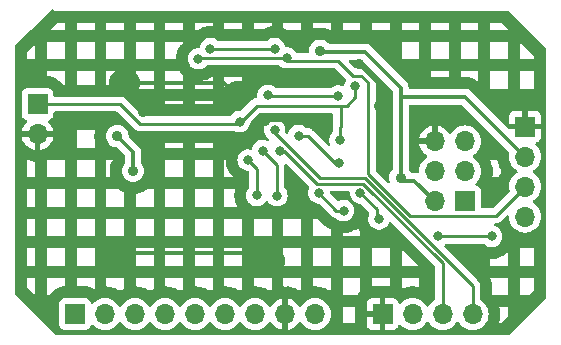
<source format=gbl>
%TF.GenerationSoftware,KiCad,Pcbnew,8.0.7*%
%TF.CreationDate,2025-02-10T19:55:19+01:00*%
%TF.ProjectId,0004-MCU-Datalogger,30303034-2d4d-4435-952d-446174616c6f,1*%
%TF.SameCoordinates,Original*%
%TF.FileFunction,Copper,L2,Bot*%
%TF.FilePolarity,Positive*%
%FSLAX46Y46*%
G04 Gerber Fmt 4.6, Leading zero omitted, Abs format (unit mm)*
G04 Created by KiCad (PCBNEW 8.0.7) date 2025-02-10 19:55:19*
%MOMM*%
%LPD*%
G01*
G04 APERTURE LIST*
%TA.AperFunction,ComponentPad*%
%ADD10R,1.700000X1.700000*%
%TD*%
%TA.AperFunction,ComponentPad*%
%ADD11O,1.700000X1.700000*%
%TD*%
%TA.AperFunction,ViaPad*%
%ADD12C,0.800000*%
%TD*%
%TA.AperFunction,ViaPad*%
%ADD13C,0.900000*%
%TD*%
%TA.AperFunction,Conductor*%
%ADD14C,0.250000*%
%TD*%
%TA.AperFunction,Conductor*%
%ADD15C,0.350000*%
%TD*%
G04 APERTURE END LIST*
D10*
%TO.P,BT1,1,+*%
%TO.N,/Vcc*%
X124460000Y-67945000D03*
D11*
%TO.P,BT1,2,-*%
%TO.N,GND*%
X124460000Y-70485000D03*
%TD*%
D10*
%TO.P,J3,1,Pin_1*%
%TO.N,/D2*%
X127645000Y-85725000D03*
D11*
%TO.P,J3,2,Pin_2*%
%TO.N,/D3*%
X130185000Y-85725000D03*
%TO.P,J3,3,Pin_3*%
%TO.N,/D4*%
X132725000Y-85725000D03*
%TO.P,J3,4,Pin_4*%
%TO.N,/D5*%
X135265000Y-85725000D03*
%TO.P,J3,5,Pin_5*%
%TO.N,/D6*%
X137805000Y-85725000D03*
%TO.P,J3,6,Pin_6*%
%TO.N,/D7*%
X140345000Y-85725000D03*
%TO.P,J3,7,Pin_7*%
%TO.N,/D8*%
X142885000Y-85725000D03*
%TO.P,J3,8,Pin_8*%
%TO.N,GND*%
X145425000Y-85725000D03*
%TO.P,J3,9,Pin_9*%
%TO.N,/Vcc*%
X147965000Y-85725000D03*
%TD*%
D10*
%TO.P,J4,1,Pin_1*%
%TO.N,/MISO*%
X160655000Y-76185000D03*
D11*
%TO.P,J4,2,Pin_2*%
%TO.N,/Vcc*%
X158115000Y-76185000D03*
%TO.P,J4,3,Pin_3*%
%TO.N,/SCK*%
X160655000Y-73645000D03*
%TO.P,J4,4,Pin_4*%
%TO.N,/MOSI*%
X158115000Y-73645000D03*
%TO.P,J4,5,Pin_5*%
%TO.N,/RESET*%
X160655000Y-71105000D03*
%TO.P,J4,6,Pin_6*%
%TO.N,GND*%
X158115000Y-71105000D03*
%TD*%
D10*
%TO.P,J1,1,Pin_1*%
%TO.N,GND*%
X165735000Y-69850000D03*
D11*
%TO.P,J1,2,Pin_2*%
%TO.N,/Vcc*%
X165735000Y-72390000D03*
%TO.P,J1,3,Pin_3*%
%TO.N,/SDA*%
X165735000Y-74930000D03*
%TO.P,J1,4,Pin_4*%
%TO.N,/SCL*%
X165735000Y-77470000D03*
%TD*%
D10*
%TO.P,J2,1,Pin_1*%
%TO.N,GND*%
X153670000Y-85725000D03*
D11*
%TO.P,J2,2,Pin_2*%
%TO.N,/Vcc*%
X156210000Y-85725000D03*
%TO.P,J2,3,Pin_3*%
%TO.N,/RX*%
X158750000Y-85725000D03*
%TO.P,J2,4,Pin_4*%
%TO.N,/TX*%
X161290000Y-85725000D03*
%TD*%
D12*
%TO.N,/SCL*%
X146558000Y-70612000D03*
X150012400Y-72898000D03*
X151791300Y-75475001D03*
X153365200Y-77687000D03*
X158394400Y-79146400D03*
X162915600Y-79146400D03*
D13*
%TO.N,GND*%
X133400800Y-68605000D03*
X151638000Y-64516000D03*
X131826000Y-66192400D03*
X143694740Y-69383575D03*
X153365200Y-68079547D03*
X144068800Y-81229200D03*
X131084068Y-80515000D03*
X141408199Y-67313199D03*
X146621000Y-69240400D03*
D12*
%TO.N,Net-(U4-PB7)*%
X142290800Y-72685000D03*
X143020001Y-75683304D03*
%TO.N,Net-(U4-PB6)*%
X143510000Y-71882000D03*
X144729200Y-75700000D03*
%TO.N,/Vcc*%
X141579600Y-69425000D03*
X151333200Y-66446400D03*
D13*
X131216400Y-70665000D03*
X148386800Y-63437000D03*
X155194000Y-74168000D03*
X132537200Y-73609200D03*
D12*
X150063200Y-70975000D03*
%TO.N,/SCL*%
X139090400Y-63246000D03*
X144526000Y-63246000D03*
%TO.N,/SDA*%
X138074400Y-64109600D03*
X145542000Y-64025000D03*
%TO.N,/RX*%
X145029347Y-71886653D03*
%TO.N,/TX*%
X144526000Y-70104000D03*
%TO.N,/MISO*%
X150368000Y-76962000D03*
X148285200Y-75475000D03*
%TO.N,/RESET*%
X143967200Y-67208400D03*
X149906147Y-67254547D03*
%TD*%
D14*
%TO.N,/SCL*%
X150012400Y-72898000D02*
X149606000Y-72898000D01*
X149606000Y-72898000D02*
X147320000Y-70612000D01*
X147320000Y-70612000D02*
X146558000Y-70612000D01*
X153162000Y-76845701D02*
X151791300Y-75475001D01*
X153162000Y-77483800D02*
X153162000Y-76845701D01*
X153365200Y-77687000D02*
X153162000Y-77483800D01*
X162915600Y-79146400D02*
X158394400Y-79146400D01*
D15*
%TO.N,GND*%
X131826000Y-66192400D02*
X140287400Y-66192400D01*
X151638000Y-64516000D02*
X153365200Y-66243200D01*
X143354600Y-80515000D02*
X144068800Y-81229200D01*
X131826000Y-66192400D02*
X131826000Y-67030200D01*
X140287400Y-66192400D02*
X141408199Y-67313199D01*
X131826000Y-67030200D02*
X133400800Y-68605000D01*
X140459000Y-80515000D02*
X143354600Y-80515000D01*
X146582400Y-69279000D02*
X146621000Y-69240400D01*
X143799315Y-69279000D02*
X146582400Y-69279000D01*
X153365200Y-66243200D02*
X153365200Y-68079547D01*
X131084068Y-80515000D02*
X140459000Y-80515000D01*
X143694740Y-69383575D02*
X143799315Y-69279000D01*
D14*
%TO.N,Net-(U4-PB7)*%
X143020001Y-73414201D02*
X142290800Y-72685000D01*
X143020001Y-75683304D02*
X143020001Y-73414201D01*
%TO.N,Net-(U4-PB6)*%
X144729200Y-73101200D02*
X143510000Y-71882000D01*
X144729200Y-75700000D02*
X144729200Y-73101200D01*
D15*
%TO.N,/Vcc*%
X155229000Y-67310000D02*
X160655000Y-67310000D01*
D14*
X151333200Y-67360800D02*
X150622000Y-68072000D01*
D15*
X152146000Y-63500000D02*
X148449800Y-63500000D01*
X156352000Y-74422000D02*
X158115000Y-76185000D01*
X155448000Y-74422000D02*
X156352000Y-74422000D01*
D14*
X141579600Y-69425000D02*
X141649000Y-69425000D01*
D15*
X160655000Y-67310000D02*
X165735000Y-72390000D01*
X155194000Y-66548000D02*
X152146000Y-63500000D01*
X132537200Y-73609200D02*
X132537200Y-71985800D01*
D14*
X151333200Y-66446400D02*
X151333200Y-67360800D01*
D15*
X155194000Y-74168000D02*
X155194000Y-66548000D01*
D14*
X133096000Y-69596000D02*
X141408600Y-69596000D01*
X150063200Y-69900800D02*
X150113999Y-69850001D01*
X143002000Y-68072000D02*
X150113999Y-68072000D01*
D15*
X155194000Y-67275000D02*
X155229000Y-67310000D01*
X148449800Y-63500000D02*
X148386800Y-63437000D01*
D14*
X150063200Y-70975000D02*
X150114000Y-70924200D01*
X150063200Y-70975000D02*
X150063200Y-69900800D01*
X141408600Y-69596000D02*
X141579600Y-69425000D01*
X124460000Y-67945000D02*
X131445000Y-67945000D01*
X150622000Y-68072000D02*
X150113999Y-68072000D01*
D15*
X155194000Y-74168000D02*
X155448000Y-74422000D01*
D14*
X141649000Y-69425000D02*
X143002000Y-68072000D01*
X150113999Y-69850001D02*
X150113999Y-68072000D01*
D15*
X132537200Y-71985800D02*
X131216400Y-70665000D01*
D14*
X131445000Y-67945000D02*
X133096000Y-69596000D01*
%TO.N,/SCL*%
X144526000Y-63246000D02*
X139446000Y-63246000D01*
X139446000Y-63246000D02*
X139090400Y-63246000D01*
%TO.N,/SDA*%
X151130000Y-65532000D02*
X149860000Y-64262000D01*
X152464198Y-73849802D02*
X152464198Y-66120016D01*
X156024396Y-77410000D02*
X152464198Y-73849802D01*
X151876182Y-65532000D02*
X151130000Y-65532000D01*
X138159000Y-64025000D02*
X138074400Y-64109600D01*
X145542000Y-64025000D02*
X138159000Y-64025000D01*
X152464198Y-66120016D02*
X151876182Y-65532000D01*
X149860000Y-64262000D02*
X145779000Y-64262000D01*
X163255000Y-77410000D02*
X156024396Y-77410000D01*
X145779000Y-64262000D02*
X145542000Y-64025000D01*
X165735000Y-74930000D02*
X163255000Y-77410000D01*
%TO.N,/RX*%
X152017604Y-74676000D02*
X158750000Y-81408396D01*
X145292653Y-71886653D02*
X148082000Y-74676000D01*
X158750000Y-81408396D02*
X158750000Y-85725000D01*
X148082000Y-74676000D02*
X152017604Y-74676000D01*
X145029347Y-71886653D02*
X145292653Y-71886653D01*
%TO.N,/TX*%
X152204000Y-74226000D02*
X161290000Y-83312000D01*
X144526000Y-70358000D02*
X148394000Y-74226000D01*
X161290000Y-83312000D02*
X161290000Y-85725000D01*
X148394000Y-74226000D02*
X152204000Y-74226000D01*
X144526000Y-70104000D02*
X144526000Y-70358000D01*
%TO.N,/MISO*%
X149772200Y-76962000D02*
X148285200Y-75475000D01*
X150368000Y-76962000D02*
X149772200Y-76962000D01*
%TO.N,/RESET*%
X145034000Y-67254547D02*
X144013347Y-67254547D01*
X144013347Y-67254547D02*
X143967200Y-67208400D01*
X149906147Y-67254547D02*
X145034000Y-67254547D01*
%TD*%
%TA.AperFunction,Conductor*%
%TO.N,GND*%
G36*
X160390876Y-68005185D02*
G01*
X160411518Y-68021819D01*
X164379819Y-71990120D01*
X164413304Y-72051443D01*
X164411913Y-72109893D01*
X164399939Y-72154583D01*
X164399936Y-72154596D01*
X164379341Y-72389999D01*
X164379341Y-72390000D01*
X164399936Y-72625403D01*
X164399938Y-72625413D01*
X164461094Y-72853655D01*
X164461096Y-72853659D01*
X164461097Y-72853663D01*
X164536548Y-73015468D01*
X164560965Y-73067830D01*
X164560967Y-73067834D01*
X164696501Y-73261395D01*
X164696506Y-73261402D01*
X164863597Y-73428493D01*
X164863603Y-73428498D01*
X165049158Y-73558425D01*
X165092783Y-73613002D01*
X165099977Y-73682500D01*
X165068454Y-73744855D01*
X165049158Y-73761575D01*
X164863597Y-73891505D01*
X164696505Y-74058597D01*
X164560965Y-74252169D01*
X164560964Y-74252171D01*
X164461098Y-74466335D01*
X164461094Y-74466344D01*
X164399938Y-74694586D01*
X164399936Y-74694596D01*
X164379341Y-74929999D01*
X164379341Y-74930000D01*
X164399936Y-75165403D01*
X164399938Y-75165413D01*
X164426856Y-75265872D01*
X164425193Y-75335722D01*
X164394762Y-75385646D01*
X163032229Y-76748181D01*
X162970906Y-76781666D01*
X162944548Y-76784500D01*
X162129500Y-76784500D01*
X162062461Y-76764815D01*
X162016706Y-76712011D01*
X162005500Y-76660500D01*
X162005499Y-75287129D01*
X162005498Y-75287123D01*
X162005457Y-75286744D01*
X161999091Y-75227517D01*
X161997810Y-75224083D01*
X161948797Y-75092671D01*
X161948793Y-75092664D01*
X161862547Y-74977455D01*
X161862544Y-74977452D01*
X161747335Y-74891206D01*
X161747328Y-74891202D01*
X161615917Y-74842189D01*
X161559983Y-74800318D01*
X161535566Y-74734853D01*
X161550418Y-74666580D01*
X161571563Y-74638332D01*
X161693495Y-74516401D01*
X161829035Y-74322830D01*
X161928903Y-74108663D01*
X161990063Y-73880408D01*
X162010659Y-73645000D01*
X162008753Y-73623220D01*
X162000567Y-73529654D01*
X161990063Y-73409592D01*
X161937884Y-73214854D01*
X161928905Y-73181344D01*
X161928904Y-73181343D01*
X161928903Y-73181337D01*
X161829035Y-72967171D01*
X161823425Y-72959158D01*
X161693494Y-72773597D01*
X161577700Y-72657804D01*
X162785947Y-72657804D01*
X162842598Y-72779292D01*
X162844777Y-72784244D01*
X162857295Y-72814465D01*
X162859253Y-72819500D01*
X162874154Y-72860432D01*
X162875895Y-72865560D01*
X162885744Y-72896795D01*
X162887259Y-72901992D01*
X162959695Y-73172334D01*
X162960981Y-73177588D01*
X162968066Y-73209546D01*
X162969121Y-73214854D01*
X162976684Y-73257749D01*
X162977507Y-73263096D01*
X162981778Y-73295539D01*
X162982367Y-73300916D01*
X163006759Y-73579713D01*
X163007113Y-73585110D01*
X163008541Y-73617810D01*
X163008659Y-73623220D01*
X163008659Y-73666780D01*
X163008541Y-73672190D01*
X163007113Y-73704890D01*
X163006759Y-73710287D01*
X162982367Y-73989084D01*
X162981778Y-73994461D01*
X162977507Y-74026904D01*
X162976684Y-74032251D01*
X162969121Y-74075146D01*
X162968066Y-74080454D01*
X162960981Y-74112412D01*
X162959695Y-74117666D01*
X162949754Y-74154768D01*
X163512778Y-74154768D01*
X163514105Y-74150560D01*
X163515846Y-74145432D01*
X163530747Y-74104500D01*
X163532705Y-74099465D01*
X163545223Y-74069244D01*
X163547402Y-74064292D01*
X163665676Y-73810655D01*
X163668070Y-73805801D01*
X163683186Y-73776765D01*
X163685788Y-73772022D01*
X163707567Y-73734301D01*
X163710372Y-73729679D01*
X163727954Y-73702080D01*
X163730960Y-73697581D01*
X163757274Y-73659999D01*
X163730957Y-73622415D01*
X163727950Y-73617916D01*
X163710358Y-73590302D01*
X163707549Y-73585673D01*
X163685771Y-73547949D01*
X163683171Y-73543209D01*
X163668064Y-73514188D01*
X163665672Y-73509337D01*
X163547402Y-73255708D01*
X163545223Y-73250756D01*
X163532705Y-73220535D01*
X163530747Y-73215500D01*
X163515846Y-73174568D01*
X163514105Y-73169440D01*
X163504256Y-73138205D01*
X163502741Y-73133008D01*
X163430305Y-72862666D01*
X163429019Y-72857412D01*
X163421934Y-72825454D01*
X163420879Y-72820146D01*
X163413316Y-72777251D01*
X163412493Y-72771904D01*
X163408222Y-72739461D01*
X163407633Y-72734085D01*
X163400518Y-72652768D01*
X162785947Y-72652768D01*
X162785947Y-72657804D01*
X161577700Y-72657804D01*
X161526402Y-72606506D01*
X161526396Y-72606501D01*
X161340842Y-72476575D01*
X161297217Y-72421998D01*
X161290023Y-72352500D01*
X161321546Y-72290145D01*
X161340842Y-72273425D01*
X161363026Y-72257891D01*
X161526401Y-72143495D01*
X161693495Y-71976401D01*
X161829035Y-71782830D01*
X161928903Y-71568663D01*
X161990063Y-71340408D01*
X162010659Y-71105000D01*
X161990063Y-70869592D01*
X161928903Y-70641337D01*
X161829035Y-70427171D01*
X161826636Y-70423744D01*
X161693494Y-70233597D01*
X161526402Y-70066506D01*
X161526395Y-70066501D01*
X161332834Y-69930967D01*
X161332830Y-69930965D01*
X161300364Y-69915826D01*
X161118663Y-69831097D01*
X161118659Y-69831096D01*
X161118655Y-69831094D01*
X160890413Y-69769938D01*
X160890403Y-69769936D01*
X160655001Y-69749341D01*
X160654999Y-69749341D01*
X160419596Y-69769936D01*
X160419586Y-69769938D01*
X160191344Y-69831094D01*
X160191335Y-69831098D01*
X159977171Y-69930964D01*
X159977169Y-69930965D01*
X159783597Y-70066505D01*
X159616508Y-70233594D01*
X159486269Y-70419595D01*
X159431692Y-70463219D01*
X159362193Y-70470412D01*
X159299839Y-70438890D01*
X159283119Y-70419594D01*
X159153113Y-70233926D01*
X159153108Y-70233920D01*
X158986082Y-70066894D01*
X158792578Y-69931399D01*
X158578492Y-69831570D01*
X158578486Y-69831567D01*
X158365000Y-69774364D01*
X158365000Y-70671988D01*
X158307993Y-70639075D01*
X158180826Y-70605000D01*
X158049174Y-70605000D01*
X157922007Y-70639075D01*
X157865000Y-70671988D01*
X157865000Y-69774364D01*
X157864999Y-69774364D01*
X157651513Y-69831567D01*
X157651507Y-69831570D01*
X157437422Y-69931399D01*
X157437420Y-69931400D01*
X157243926Y-70066886D01*
X157243920Y-70066891D01*
X157076891Y-70233920D01*
X157076886Y-70233926D01*
X156941400Y-70427420D01*
X156941399Y-70427422D01*
X156841570Y-70641507D01*
X156841567Y-70641513D01*
X156784364Y-70854999D01*
X156784364Y-70855000D01*
X157681988Y-70855000D01*
X157649075Y-70912007D01*
X157615000Y-71039174D01*
X157615000Y-71170826D01*
X157649075Y-71297993D01*
X157681988Y-71355000D01*
X156784364Y-71355000D01*
X156841567Y-71568486D01*
X156841570Y-71568492D01*
X156941399Y-71782578D01*
X157076894Y-71976082D01*
X157243917Y-72143105D01*
X157429595Y-72273119D01*
X157473219Y-72327696D01*
X157480412Y-72397195D01*
X157448890Y-72459549D01*
X157429595Y-72476269D01*
X157243594Y-72606508D01*
X157076505Y-72773597D01*
X156940965Y-72967169D01*
X156940964Y-72967171D01*
X156841098Y-73181335D01*
X156841094Y-73181344D01*
X156779938Y-73409586D01*
X156779936Y-73409596D01*
X156759341Y-73644999D01*
X156759341Y-73645003D01*
X156761009Y-73664071D01*
X156747242Y-73732571D01*
X156698626Y-73782753D01*
X156630597Y-73798686D01*
X156590030Y-73789439D01*
X156560824Y-73777342D01*
X156549036Y-73772459D01*
X156549032Y-73772458D01*
X156549028Y-73772457D01*
X156418535Y-73746500D01*
X156418531Y-73746500D01*
X156120787Y-73746500D01*
X156053748Y-73726815D01*
X156011429Y-73680954D01*
X155988136Y-73637375D01*
X155987805Y-73636972D01*
X155897647Y-73527114D01*
X155870334Y-73462804D01*
X155869500Y-73448449D01*
X155869500Y-68109500D01*
X155889185Y-68042461D01*
X155941989Y-67996706D01*
X155993500Y-67985500D01*
X160323837Y-67985500D01*
X160390876Y-68005185D01*
G37*
%TD.AperFunction*%
%TA.AperFunction,Conductor*%
G36*
X151881876Y-64195185D02*
G01*
X151902518Y-64211819D01*
X154482181Y-66791482D01*
X154515666Y-66852805D01*
X154518500Y-66879163D01*
X154518500Y-73448449D01*
X154498815Y-73515488D01*
X154490353Y-73527114D01*
X154399864Y-73637373D01*
X154399862Y-73637376D01*
X154311604Y-73802497D01*
X154257253Y-73981666D01*
X154257252Y-73981668D01*
X154238901Y-74168000D01*
X154257252Y-74354329D01*
X154289440Y-74460436D01*
X154290063Y-74530302D01*
X154252815Y-74589415D01*
X154189521Y-74619006D01*
X154120276Y-74609681D01*
X154083098Y-74584112D01*
X153126017Y-73627031D01*
X153092532Y-73565708D01*
X153089698Y-73539350D01*
X153089698Y-66058409D01*
X153089697Y-66058405D01*
X153084715Y-66033356D01*
X153065661Y-65937564D01*
X153018509Y-65823730D01*
X153018508Y-65823729D01*
X153018505Y-65823723D01*
X152950056Y-65721283D01*
X152950053Y-65721279D01*
X152859835Y-65631061D01*
X152859804Y-65631032D01*
X152366380Y-65137608D01*
X152366360Y-65137586D01*
X152274917Y-65046143D01*
X152256774Y-65034020D01*
X152220974Y-65010100D01*
X152220975Y-65010100D01*
X152220973Y-65010098D01*
X152172472Y-64977690D01*
X152172468Y-64977688D01*
X152155703Y-64970744D01*
X152091974Y-64944347D01*
X152058635Y-64930537D01*
X152048609Y-64928543D01*
X151998211Y-64918518D01*
X151937792Y-64906500D01*
X151937789Y-64906500D01*
X151937788Y-64906500D01*
X151440452Y-64906500D01*
X151373413Y-64886815D01*
X151352771Y-64870181D01*
X150869771Y-64387181D01*
X150836286Y-64325858D01*
X150841270Y-64256166D01*
X150883142Y-64200233D01*
X150948606Y-64175816D01*
X150957452Y-64175500D01*
X151814837Y-64175500D01*
X151881876Y-64195185D01*
G37*
%TD.AperFunction*%
%TA.AperFunction,Conductor*%
G36*
X125736926Y-59912586D02*
G01*
X125781273Y-59941087D01*
X125803686Y-59963500D01*
X125803689Y-59963502D01*
X125810135Y-59968448D01*
X125809879Y-59968780D01*
X125811312Y-59969840D01*
X125811556Y-59969499D01*
X125818174Y-59974211D01*
X125818176Y-59974213D01*
X125856468Y-59994534D01*
X125866521Y-59999869D01*
X125870395Y-60002014D01*
X125917816Y-60029393D01*
X125925327Y-60032504D01*
X125925165Y-60032893D01*
X125926821Y-60033545D01*
X125926969Y-60033150D01*
X125934584Y-60035991D01*
X125980192Y-60046481D01*
X125987943Y-60048264D01*
X125992189Y-60049320D01*
X126045108Y-60063500D01*
X126045111Y-60063500D01*
X126053168Y-60064561D01*
X126053113Y-60064977D01*
X126054883Y-60065178D01*
X126054923Y-60064760D01*
X126063003Y-60065530D01*
X126063013Y-60065533D01*
X126117732Y-60063579D01*
X126122157Y-60063500D01*
X164072843Y-60063500D01*
X164077268Y-60063579D01*
X164131987Y-60065533D01*
X164131997Y-60065530D01*
X164140077Y-60064760D01*
X164140116Y-60065178D01*
X164141886Y-60064977D01*
X164141832Y-60064561D01*
X164149888Y-60063500D01*
X164149892Y-60063500D01*
X164202823Y-60049316D01*
X164207014Y-60048274D01*
X164228111Y-60043421D01*
X164297855Y-60047578D01*
X164343585Y-60076585D01*
X167482254Y-63215254D01*
X167515739Y-63276577D01*
X167518573Y-63302935D01*
X167518573Y-84087041D01*
X167517856Y-84100358D01*
X167517081Y-84107523D01*
X167517102Y-84107652D01*
X167518573Y-84126697D01*
X167518573Y-84161660D01*
X167533328Y-84216728D01*
X167536082Y-84229778D01*
X167536521Y-84232603D01*
X167527365Y-84301870D01*
X167501673Y-84339325D01*
X164351880Y-87489118D01*
X164290557Y-87522603D01*
X164245049Y-87523949D01*
X164204079Y-87517545D01*
X164191142Y-87514809D01*
X164167857Y-87508571D01*
X164167851Y-87508570D01*
X164167850Y-87508570D01*
X164167848Y-87508570D01*
X164156297Y-87508570D01*
X164137150Y-87507083D01*
X164117632Y-87504032D01*
X164117630Y-87504032D01*
X164081810Y-87507869D01*
X164068610Y-87508574D01*
X126144347Y-87510497D01*
X126131135Y-87509792D01*
X126098803Y-87506328D01*
X126098800Y-87506328D01*
X126098798Y-87506328D01*
X126098797Y-87506328D01*
X126081609Y-87509014D01*
X126062477Y-87510501D01*
X126042878Y-87510503D01*
X125975836Y-87490825D01*
X125955184Y-87474184D01*
X123308135Y-84827135D01*
X126294500Y-84827135D01*
X126294500Y-86622870D01*
X126294501Y-86622876D01*
X126300908Y-86682483D01*
X126351202Y-86817328D01*
X126351206Y-86817335D01*
X126437452Y-86932544D01*
X126437455Y-86932547D01*
X126552664Y-87018793D01*
X126552671Y-87018797D01*
X126687517Y-87069091D01*
X126687516Y-87069091D01*
X126694444Y-87069835D01*
X126747127Y-87075500D01*
X128542872Y-87075499D01*
X128602483Y-87069091D01*
X128737331Y-87018796D01*
X128852546Y-86932546D01*
X128938796Y-86817331D01*
X128987810Y-86685916D01*
X129029681Y-86629984D01*
X129095145Y-86605566D01*
X129163418Y-86620417D01*
X129191673Y-86641569D01*
X129313599Y-86763495D01*
X129410384Y-86831265D01*
X129507165Y-86899032D01*
X129507167Y-86899033D01*
X129507170Y-86899035D01*
X129721337Y-86998903D01*
X129949592Y-87060063D01*
X130126034Y-87075500D01*
X130184999Y-87080659D01*
X130185000Y-87080659D01*
X130185001Y-87080659D01*
X130243966Y-87075500D01*
X130420408Y-87060063D01*
X130648663Y-86998903D01*
X130862830Y-86899035D01*
X131056401Y-86763495D01*
X131223495Y-86596401D01*
X131353425Y-86410842D01*
X131408002Y-86367217D01*
X131477500Y-86360023D01*
X131539855Y-86391546D01*
X131556575Y-86410842D01*
X131686500Y-86596395D01*
X131686505Y-86596401D01*
X131853599Y-86763495D01*
X131950384Y-86831265D01*
X132047165Y-86899032D01*
X132047167Y-86899033D01*
X132047170Y-86899035D01*
X132261337Y-86998903D01*
X132489592Y-87060063D01*
X132666034Y-87075500D01*
X132724999Y-87080659D01*
X132725000Y-87080659D01*
X132725001Y-87080659D01*
X132783966Y-87075500D01*
X132960408Y-87060063D01*
X133188663Y-86998903D01*
X133402830Y-86899035D01*
X133596401Y-86763495D01*
X133763495Y-86596401D01*
X133893425Y-86410842D01*
X133948002Y-86367217D01*
X134017500Y-86360023D01*
X134079855Y-86391546D01*
X134096575Y-86410842D01*
X134226500Y-86596395D01*
X134226505Y-86596401D01*
X134393599Y-86763495D01*
X134490384Y-86831265D01*
X134587165Y-86899032D01*
X134587167Y-86899033D01*
X134587170Y-86899035D01*
X134801337Y-86998903D01*
X135029592Y-87060063D01*
X135206034Y-87075500D01*
X135264999Y-87080659D01*
X135265000Y-87080659D01*
X135265001Y-87080659D01*
X135323966Y-87075500D01*
X135500408Y-87060063D01*
X135728663Y-86998903D01*
X135942830Y-86899035D01*
X136136401Y-86763495D01*
X136303495Y-86596401D01*
X136433425Y-86410842D01*
X136488002Y-86367217D01*
X136557500Y-86360023D01*
X136619855Y-86391546D01*
X136636575Y-86410842D01*
X136766500Y-86596395D01*
X136766505Y-86596401D01*
X136933599Y-86763495D01*
X137030384Y-86831265D01*
X137127165Y-86899032D01*
X137127167Y-86899033D01*
X137127170Y-86899035D01*
X137341337Y-86998903D01*
X137569592Y-87060063D01*
X137746034Y-87075500D01*
X137804999Y-87080659D01*
X137805000Y-87080659D01*
X137805001Y-87080659D01*
X137863966Y-87075500D01*
X138040408Y-87060063D01*
X138268663Y-86998903D01*
X138482830Y-86899035D01*
X138676401Y-86763495D01*
X138843495Y-86596401D01*
X138973425Y-86410842D01*
X139028002Y-86367217D01*
X139097500Y-86360023D01*
X139159855Y-86391546D01*
X139176575Y-86410842D01*
X139306500Y-86596395D01*
X139306505Y-86596401D01*
X139473599Y-86763495D01*
X139570384Y-86831265D01*
X139667165Y-86899032D01*
X139667167Y-86899033D01*
X139667170Y-86899035D01*
X139881337Y-86998903D01*
X140109592Y-87060063D01*
X140286034Y-87075500D01*
X140344999Y-87080659D01*
X140345000Y-87080659D01*
X140345001Y-87080659D01*
X140403966Y-87075500D01*
X140580408Y-87060063D01*
X140808663Y-86998903D01*
X141022830Y-86899035D01*
X141216401Y-86763495D01*
X141383495Y-86596401D01*
X141513425Y-86410842D01*
X141568002Y-86367217D01*
X141637500Y-86360023D01*
X141699855Y-86391546D01*
X141716575Y-86410842D01*
X141846500Y-86596395D01*
X141846505Y-86596401D01*
X142013599Y-86763495D01*
X142110384Y-86831265D01*
X142207165Y-86899032D01*
X142207167Y-86899033D01*
X142207170Y-86899035D01*
X142421337Y-86998903D01*
X142649592Y-87060063D01*
X142826034Y-87075500D01*
X142884999Y-87080659D01*
X142885000Y-87080659D01*
X142885001Y-87080659D01*
X142943966Y-87075500D01*
X143120408Y-87060063D01*
X143348663Y-86998903D01*
X143562830Y-86899035D01*
X143756401Y-86763495D01*
X143923495Y-86596401D01*
X144053730Y-86410405D01*
X144108307Y-86366781D01*
X144177805Y-86359587D01*
X144240160Y-86391110D01*
X144256879Y-86410405D01*
X144386890Y-86596078D01*
X144553917Y-86763105D01*
X144747421Y-86898600D01*
X144961507Y-86998429D01*
X144961516Y-86998433D01*
X145175000Y-87055634D01*
X145175000Y-86158012D01*
X145232007Y-86190925D01*
X145359174Y-86225000D01*
X145490826Y-86225000D01*
X145617993Y-86190925D01*
X145675000Y-86158012D01*
X145675000Y-87055633D01*
X145888483Y-86998433D01*
X145888492Y-86998429D01*
X146102578Y-86898600D01*
X146296082Y-86763105D01*
X146463105Y-86596082D01*
X146593119Y-86410405D01*
X146647696Y-86366781D01*
X146717195Y-86359588D01*
X146779549Y-86391110D01*
X146796269Y-86410405D01*
X146926505Y-86596401D01*
X147093599Y-86763495D01*
X147190384Y-86831265D01*
X147287165Y-86899032D01*
X147287167Y-86899033D01*
X147287170Y-86899035D01*
X147501337Y-86998903D01*
X147729592Y-87060063D01*
X147906034Y-87075500D01*
X147964999Y-87080659D01*
X147965000Y-87080659D01*
X147965001Y-87080659D01*
X148023966Y-87075500D01*
X148200408Y-87060063D01*
X148428663Y-86998903D01*
X148642830Y-86899035D01*
X148836401Y-86763495D01*
X149003495Y-86596401D01*
X149139035Y-86402830D01*
X149238903Y-86188663D01*
X149300063Y-85960408D01*
X149320659Y-85725000D01*
X149318753Y-85703220D01*
X149300063Y-85489596D01*
X149300063Y-85489592D01*
X149258256Y-85333564D01*
X150285947Y-85333564D01*
X150286685Y-85337750D01*
X150287507Y-85343096D01*
X150291778Y-85375539D01*
X150292367Y-85380916D01*
X150316759Y-85659713D01*
X150317113Y-85665110D01*
X150318541Y-85697810D01*
X150318659Y-85703220D01*
X150318659Y-85746780D01*
X150318541Y-85752190D01*
X150317113Y-85784890D01*
X150316759Y-85790287D01*
X150292367Y-86069084D01*
X150291778Y-86074461D01*
X150287507Y-86106904D01*
X150286684Y-86112252D01*
X150285947Y-86116431D01*
X150285947Y-86511271D01*
X151322000Y-86511220D01*
X151322000Y-85774454D01*
X151331439Y-85727002D01*
X151332268Y-85725000D01*
X151331439Y-85722998D01*
X151322000Y-85675546D01*
X151322000Y-85152768D01*
X150285947Y-85152768D01*
X150285947Y-85333564D01*
X149258256Y-85333564D01*
X149247884Y-85294854D01*
X149238905Y-85261344D01*
X149238904Y-85261343D01*
X149238903Y-85261337D01*
X149139035Y-85047171D01*
X149133731Y-85039595D01*
X149003494Y-84853597D01*
X148836402Y-84686506D01*
X148836395Y-84686501D01*
X148642834Y-84550967D01*
X148642830Y-84550965D01*
X148571727Y-84517809D01*
X148428663Y-84451097D01*
X148428659Y-84451096D01*
X148428655Y-84451094D01*
X148200413Y-84389938D01*
X148200403Y-84389936D01*
X147965001Y-84369341D01*
X147964999Y-84369341D01*
X147729596Y-84389936D01*
X147729586Y-84389938D01*
X147501344Y-84451094D01*
X147501335Y-84451098D01*
X147287171Y-84550964D01*
X147287169Y-84550965D01*
X147093597Y-84686505D01*
X146926508Y-84853594D01*
X146796269Y-85039595D01*
X146741692Y-85083219D01*
X146672193Y-85090412D01*
X146609839Y-85058890D01*
X146593119Y-85039594D01*
X146463113Y-84853926D01*
X146463108Y-84853920D01*
X146296082Y-84686894D01*
X146102578Y-84551399D01*
X145888492Y-84451570D01*
X145888486Y-84451567D01*
X145675000Y-84394364D01*
X145675000Y-85291988D01*
X145617993Y-85259075D01*
X145490826Y-85225000D01*
X145359174Y-85225000D01*
X145232007Y-85259075D01*
X145175000Y-85291988D01*
X145175000Y-84394364D01*
X145174999Y-84394364D01*
X144961513Y-84451567D01*
X144961507Y-84451570D01*
X144747422Y-84551399D01*
X144747420Y-84551400D01*
X144553926Y-84686886D01*
X144553920Y-84686891D01*
X144386891Y-84853920D01*
X144386890Y-84853922D01*
X144256880Y-85039595D01*
X144202303Y-85083219D01*
X144132804Y-85090412D01*
X144070450Y-85058890D01*
X144053730Y-85039594D01*
X143923494Y-84853597D01*
X143756402Y-84686506D01*
X143756395Y-84686501D01*
X143562834Y-84550967D01*
X143562830Y-84550965D01*
X143491727Y-84517809D01*
X143348663Y-84451097D01*
X143348659Y-84451096D01*
X143348655Y-84451094D01*
X143120413Y-84389938D01*
X143120403Y-84389936D01*
X142885001Y-84369341D01*
X142884999Y-84369341D01*
X142649596Y-84389936D01*
X142649586Y-84389938D01*
X142421344Y-84451094D01*
X142421335Y-84451098D01*
X142207171Y-84550964D01*
X142207169Y-84550965D01*
X142013597Y-84686505D01*
X141846505Y-84853597D01*
X141716575Y-85039158D01*
X141661998Y-85082783D01*
X141592500Y-85089977D01*
X141530145Y-85058454D01*
X141513425Y-85039158D01*
X141383494Y-84853597D01*
X141216402Y-84686506D01*
X141216395Y-84686501D01*
X141022834Y-84550967D01*
X141022830Y-84550965D01*
X140951727Y-84517809D01*
X140808663Y-84451097D01*
X140808659Y-84451096D01*
X140808655Y-84451094D01*
X140580413Y-84389938D01*
X140580403Y-84389936D01*
X140345001Y-84369341D01*
X140344999Y-84369341D01*
X140109596Y-84389936D01*
X140109586Y-84389938D01*
X139881344Y-84451094D01*
X139881335Y-84451098D01*
X139667171Y-84550964D01*
X139667169Y-84550965D01*
X139473597Y-84686505D01*
X139306505Y-84853597D01*
X139176575Y-85039158D01*
X139121998Y-85082783D01*
X139052500Y-85089977D01*
X138990145Y-85058454D01*
X138973425Y-85039158D01*
X138843494Y-84853597D01*
X138676402Y-84686506D01*
X138676395Y-84686501D01*
X138482834Y-84550967D01*
X138482830Y-84550965D01*
X138411727Y-84517809D01*
X138268663Y-84451097D01*
X138268659Y-84451096D01*
X138268655Y-84451094D01*
X138040413Y-84389938D01*
X138040403Y-84389936D01*
X137805001Y-84369341D01*
X137804999Y-84369341D01*
X137569596Y-84389936D01*
X137569586Y-84389938D01*
X137341344Y-84451094D01*
X137341335Y-84451098D01*
X137127171Y-84550964D01*
X137127169Y-84550965D01*
X136933597Y-84686505D01*
X136766505Y-84853597D01*
X136636575Y-85039158D01*
X136581998Y-85082783D01*
X136512500Y-85089977D01*
X136450145Y-85058454D01*
X136433425Y-85039158D01*
X136303494Y-84853597D01*
X136136402Y-84686506D01*
X136136395Y-84686501D01*
X135942834Y-84550967D01*
X135942830Y-84550965D01*
X135871727Y-84517809D01*
X135728663Y-84451097D01*
X135728659Y-84451096D01*
X135728655Y-84451094D01*
X135500413Y-84389938D01*
X135500403Y-84389936D01*
X135265001Y-84369341D01*
X135264999Y-84369341D01*
X135029596Y-84389936D01*
X135029586Y-84389938D01*
X134801344Y-84451094D01*
X134801335Y-84451098D01*
X134587171Y-84550964D01*
X134587169Y-84550965D01*
X134393597Y-84686505D01*
X134226505Y-84853597D01*
X134096575Y-85039158D01*
X134041998Y-85082783D01*
X133972500Y-85089977D01*
X133910145Y-85058454D01*
X133893425Y-85039158D01*
X133763494Y-84853597D01*
X133596402Y-84686506D01*
X133596395Y-84686501D01*
X133402834Y-84550967D01*
X133402830Y-84550965D01*
X133331727Y-84517809D01*
X133188663Y-84451097D01*
X133188659Y-84451096D01*
X133188655Y-84451094D01*
X132960413Y-84389938D01*
X132960403Y-84389936D01*
X132725001Y-84369341D01*
X132724999Y-84369341D01*
X132489596Y-84389936D01*
X132489586Y-84389938D01*
X132261344Y-84451094D01*
X132261335Y-84451098D01*
X132047171Y-84550964D01*
X132047169Y-84550965D01*
X131853597Y-84686505D01*
X131686505Y-84853597D01*
X131556575Y-85039158D01*
X131501998Y-85082783D01*
X131432500Y-85089977D01*
X131370145Y-85058454D01*
X131353425Y-85039158D01*
X131223494Y-84853597D01*
X131056402Y-84686506D01*
X131056395Y-84686501D01*
X130862834Y-84550967D01*
X130862830Y-84550965D01*
X130791727Y-84517809D01*
X130648663Y-84451097D01*
X130648659Y-84451096D01*
X130648655Y-84451094D01*
X130420413Y-84389938D01*
X130420403Y-84389936D01*
X130185001Y-84369341D01*
X130184999Y-84369341D01*
X129949596Y-84389936D01*
X129949586Y-84389938D01*
X129721344Y-84451094D01*
X129721335Y-84451098D01*
X129507171Y-84550964D01*
X129507169Y-84550965D01*
X129313600Y-84686503D01*
X129191673Y-84808430D01*
X129130350Y-84841914D01*
X129060658Y-84836930D01*
X129004725Y-84795058D01*
X128987810Y-84764081D01*
X128938797Y-84632671D01*
X128938793Y-84632664D01*
X128852547Y-84517455D01*
X128852544Y-84517452D01*
X128737335Y-84431206D01*
X128737328Y-84431202D01*
X128602482Y-84380908D01*
X128602483Y-84380908D01*
X128542883Y-84374501D01*
X128542881Y-84374500D01*
X128542873Y-84374500D01*
X128542864Y-84374500D01*
X126747129Y-84374500D01*
X126747123Y-84374501D01*
X126687516Y-84380908D01*
X126552671Y-84431202D01*
X126552664Y-84431206D01*
X126437455Y-84517452D01*
X126437452Y-84517455D01*
X126351206Y-84632664D01*
X126351202Y-84632671D01*
X126300908Y-84767517D01*
X126294501Y-84827116D01*
X126294500Y-84827135D01*
X123308135Y-84827135D01*
X122586055Y-84105055D01*
X122552570Y-84043732D01*
X122549736Y-84017357D01*
X122549753Y-83891184D01*
X122549810Y-83477233D01*
X123547809Y-83477233D01*
X124225344Y-84154768D01*
X124287947Y-84154768D01*
X125285947Y-84154768D01*
X125475067Y-84154768D01*
X150285947Y-84154768D01*
X151500642Y-84154768D01*
X151517815Y-84123319D01*
X151522333Y-84115705D01*
X151551297Y-84070638D01*
X151556345Y-84063368D01*
X151685243Y-83891184D01*
X151690796Y-83884293D01*
X151725876Y-83843808D01*
X151731908Y-83837329D01*
X151782329Y-83786908D01*
X151787947Y-83781677D01*
X151787947Y-83564608D01*
X155285947Y-83564608D01*
X155344293Y-83537402D01*
X155349244Y-83535223D01*
X155379465Y-83522705D01*
X155384500Y-83520747D01*
X155425432Y-83505846D01*
X155430560Y-83504105D01*
X155461795Y-83494256D01*
X155466992Y-83492741D01*
X155737334Y-83420305D01*
X155742588Y-83419019D01*
X155774546Y-83411934D01*
X155779854Y-83410879D01*
X155822749Y-83403316D01*
X155828096Y-83402493D01*
X155860539Y-83398222D01*
X155865916Y-83397633D01*
X156144713Y-83373241D01*
X156150110Y-83372887D01*
X156182810Y-83371459D01*
X156188220Y-83371341D01*
X156231780Y-83371341D01*
X156237190Y-83371459D01*
X156269890Y-83372887D01*
X156275287Y-83373241D01*
X156554084Y-83397633D01*
X156559461Y-83398222D01*
X156591904Y-83402493D01*
X156597251Y-83403316D01*
X156640146Y-83410879D01*
X156645454Y-83411934D01*
X156677412Y-83419019D01*
X156682666Y-83420305D01*
X156787947Y-83448514D01*
X156787947Y-82652768D01*
X155285947Y-82652768D01*
X155285947Y-83564608D01*
X151787947Y-83564608D01*
X151787947Y-83377000D01*
X152785947Y-83377000D01*
X153620546Y-83377000D01*
X153667998Y-83386439D01*
X153670000Y-83387268D01*
X153672002Y-83386439D01*
X153719454Y-83377000D01*
X154287947Y-83377000D01*
X154287947Y-82652768D01*
X152785947Y-82652768D01*
X152785947Y-83377000D01*
X151787947Y-83377000D01*
X151787947Y-82652768D01*
X150285947Y-82652768D01*
X150285947Y-84154768D01*
X125475067Y-84154768D01*
X125492372Y-84123077D01*
X125496890Y-84115463D01*
X125525854Y-84070396D01*
X125530902Y-84063126D01*
X125659886Y-83890827D01*
X125665439Y-83883936D01*
X125700519Y-83843451D01*
X125706551Y-83836972D01*
X125756972Y-83786551D01*
X125763451Y-83780519D01*
X125803936Y-83745439D01*
X125810827Y-83739886D01*
X125983126Y-83610902D01*
X125990396Y-83605854D01*
X126035463Y-83576890D01*
X126043077Y-83572372D01*
X126105667Y-83538195D01*
X126113581Y-83534233D01*
X126162318Y-83511975D01*
X126170498Y-83508587D01*
X126367982Y-83434931D01*
X126375321Y-83432452D01*
X126420172Y-83418847D01*
X126427648Y-83416832D01*
X126488363Y-83402484D01*
X126495955Y-83400939D01*
X126542160Y-83393028D01*
X126549833Y-83391959D01*
X126653755Y-83380788D01*
X126657064Y-83380477D01*
X126677101Y-83378865D01*
X126680413Y-83378643D01*
X126707095Y-83377214D01*
X126710413Y-83377081D01*
X126730464Y-83376545D01*
X126733777Y-83376501D01*
X126787947Y-83376500D01*
X127785947Y-83376500D01*
X128556248Y-83376500D01*
X128559572Y-83376545D01*
X128579673Y-83377084D01*
X128582993Y-83377217D01*
X128609680Y-83378649D01*
X128612989Y-83378871D01*
X128632982Y-83380481D01*
X128636285Y-83380792D01*
X128740175Y-83391962D01*
X128747843Y-83393029D01*
X128794029Y-83400936D01*
X128801619Y-83402481D01*
X128862330Y-83416826D01*
X128869809Y-83418842D01*
X128914672Y-83432450D01*
X128922012Y-83434929D01*
X129119502Y-83508587D01*
X129127682Y-83511975D01*
X129176419Y-83534233D01*
X129184333Y-83538195D01*
X129245714Y-83571711D01*
X129287947Y-83552018D01*
X129287947Y-83376360D01*
X130285947Y-83376360D01*
X130529084Y-83397633D01*
X130534461Y-83398222D01*
X130566904Y-83402493D01*
X130572251Y-83403316D01*
X130615146Y-83410879D01*
X130620454Y-83411934D01*
X130652412Y-83419019D01*
X130657666Y-83420305D01*
X130928008Y-83492741D01*
X130933205Y-83494256D01*
X130964440Y-83504105D01*
X130969568Y-83505846D01*
X131010500Y-83520747D01*
X131015535Y-83522705D01*
X131045756Y-83535223D01*
X131050708Y-83537402D01*
X131304337Y-83655672D01*
X131309188Y-83658064D01*
X131338209Y-83673171D01*
X131342949Y-83675771D01*
X131380673Y-83697549D01*
X131385302Y-83700358D01*
X131412916Y-83717950D01*
X131417415Y-83720957D01*
X131454999Y-83747274D01*
X131492581Y-83720960D01*
X131497080Y-83717954D01*
X131524679Y-83700372D01*
X131529301Y-83697567D01*
X131567022Y-83675788D01*
X131571765Y-83673186D01*
X131600801Y-83658070D01*
X131605655Y-83655676D01*
X131787947Y-83570671D01*
X131787947Y-83372956D01*
X132785947Y-83372956D01*
X132790287Y-83373241D01*
X133069084Y-83397633D01*
X133074461Y-83398222D01*
X133106904Y-83402493D01*
X133112251Y-83403316D01*
X133155146Y-83410879D01*
X133160454Y-83411934D01*
X133192412Y-83419019D01*
X133197666Y-83420305D01*
X133468008Y-83492741D01*
X133473205Y-83494256D01*
X133504440Y-83504105D01*
X133509568Y-83505846D01*
X133550500Y-83520747D01*
X133555535Y-83522705D01*
X133585756Y-83535223D01*
X133590708Y-83537402D01*
X133844337Y-83655672D01*
X133849188Y-83658064D01*
X133878209Y-83673171D01*
X133882949Y-83675771D01*
X133920673Y-83697549D01*
X133925302Y-83700358D01*
X133952916Y-83717950D01*
X133957415Y-83720957D01*
X133994999Y-83747274D01*
X134032581Y-83720960D01*
X134037080Y-83717954D01*
X134064679Y-83700372D01*
X134069301Y-83697567D01*
X134107022Y-83675788D01*
X134111765Y-83673186D01*
X134140801Y-83658070D01*
X134145655Y-83655676D01*
X134287947Y-83589322D01*
X134287947Y-83371341D01*
X135285947Y-83371341D01*
X135286780Y-83371341D01*
X135292190Y-83371459D01*
X135324890Y-83372887D01*
X135330287Y-83373241D01*
X135609084Y-83397633D01*
X135614461Y-83398222D01*
X135646904Y-83402493D01*
X135652251Y-83403316D01*
X135695146Y-83410879D01*
X135700454Y-83411934D01*
X135732412Y-83419019D01*
X135737666Y-83420305D01*
X136008008Y-83492741D01*
X136013205Y-83494256D01*
X136044440Y-83504105D01*
X136049568Y-83505846D01*
X136090500Y-83520747D01*
X136095535Y-83522705D01*
X136125756Y-83535223D01*
X136130708Y-83537402D01*
X136384337Y-83655672D01*
X136389188Y-83658064D01*
X136418209Y-83673171D01*
X136422949Y-83675771D01*
X136460673Y-83697549D01*
X136465302Y-83700358D01*
X136492916Y-83717950D01*
X136497415Y-83720957D01*
X136534999Y-83747274D01*
X136572581Y-83720960D01*
X136577080Y-83717954D01*
X136604679Y-83700372D01*
X136609301Y-83697567D01*
X136647022Y-83675788D01*
X136651765Y-83673186D01*
X136680801Y-83658070D01*
X136685655Y-83655676D01*
X136787947Y-83607975D01*
X136787947Y-83371341D01*
X137785947Y-83371341D01*
X137826780Y-83371341D01*
X137832190Y-83371459D01*
X137864890Y-83372887D01*
X137870287Y-83373241D01*
X138149084Y-83397633D01*
X138154461Y-83398222D01*
X138186904Y-83402493D01*
X138192251Y-83403316D01*
X138235146Y-83410879D01*
X138240454Y-83411934D01*
X138272412Y-83419019D01*
X138277666Y-83420305D01*
X138548008Y-83492741D01*
X138553205Y-83494256D01*
X138584440Y-83504105D01*
X138589568Y-83505846D01*
X138630500Y-83520747D01*
X138635535Y-83522705D01*
X138665756Y-83535223D01*
X138670708Y-83537402D01*
X138924337Y-83655672D01*
X138929188Y-83658064D01*
X138958209Y-83673171D01*
X138962949Y-83675771D01*
X139000673Y-83697549D01*
X139005302Y-83700358D01*
X139032916Y-83717950D01*
X139037415Y-83720957D01*
X139074999Y-83747274D01*
X139112581Y-83720960D01*
X139117080Y-83717954D01*
X139144679Y-83700372D01*
X139149301Y-83697567D01*
X139187022Y-83675788D01*
X139191765Y-83673186D01*
X139220801Y-83658070D01*
X139225654Y-83655676D01*
X139287947Y-83626627D01*
X139287947Y-83372850D01*
X140285947Y-83372850D01*
X140317810Y-83371459D01*
X140323220Y-83371341D01*
X140366780Y-83371341D01*
X140372190Y-83371459D01*
X140404890Y-83372887D01*
X140410287Y-83373241D01*
X140689084Y-83397633D01*
X140694461Y-83398222D01*
X140726904Y-83402493D01*
X140732251Y-83403316D01*
X140775146Y-83410879D01*
X140780454Y-83411934D01*
X140812412Y-83419019D01*
X140817666Y-83420305D01*
X141088008Y-83492741D01*
X141093205Y-83494256D01*
X141124440Y-83504105D01*
X141129568Y-83505846D01*
X141170500Y-83520747D01*
X141175535Y-83522705D01*
X141205756Y-83535223D01*
X141210708Y-83537402D01*
X141464337Y-83655672D01*
X141469188Y-83658064D01*
X141498209Y-83673171D01*
X141502949Y-83675771D01*
X141540673Y-83697549D01*
X141545302Y-83700358D01*
X141572916Y-83717950D01*
X141577415Y-83720957D01*
X141614999Y-83747274D01*
X141652581Y-83720960D01*
X141657080Y-83717954D01*
X141684679Y-83700372D01*
X141689301Y-83697567D01*
X141727022Y-83675788D01*
X141731765Y-83673186D01*
X141760801Y-83658070D01*
X141765655Y-83655676D01*
X141787947Y-83645280D01*
X141787947Y-83376195D01*
X142785947Y-83376195D01*
X142819713Y-83373241D01*
X142825110Y-83372887D01*
X142857810Y-83371459D01*
X142863220Y-83371341D01*
X142906780Y-83371341D01*
X142912190Y-83371459D01*
X142944890Y-83372887D01*
X142950287Y-83373241D01*
X143229084Y-83397633D01*
X143234461Y-83398222D01*
X143266904Y-83402493D01*
X143272251Y-83403316D01*
X143315146Y-83410879D01*
X143320454Y-83411934D01*
X143352412Y-83419019D01*
X143357666Y-83420305D01*
X143628008Y-83492741D01*
X143633205Y-83494256D01*
X143664440Y-83504105D01*
X143669568Y-83505846D01*
X143710500Y-83520747D01*
X143715535Y-83522705D01*
X143745756Y-83535223D01*
X143750708Y-83537402D01*
X144004337Y-83655672D01*
X144009188Y-83658064D01*
X144038209Y-83673171D01*
X144042949Y-83675771D01*
X144080673Y-83697549D01*
X144085302Y-83700358D01*
X144112916Y-83717950D01*
X144117414Y-83720956D01*
X144155436Y-83747579D01*
X144192831Y-83721396D01*
X144197328Y-83718391D01*
X144224927Y-83700808D01*
X144229550Y-83698002D01*
X144267272Y-83676222D01*
X144272020Y-83673618D01*
X144287947Y-83665327D01*
X144287947Y-83384342D01*
X145285947Y-83384342D01*
X145425000Y-83412002D01*
X145649033Y-83367439D01*
X145705318Y-83369281D01*
X146167840Y-83493214D01*
X146173038Y-83494729D01*
X146204271Y-83504578D01*
X146209395Y-83506318D01*
X146250326Y-83521218D01*
X146255364Y-83523178D01*
X146285584Y-83535696D01*
X146290535Y-83537874D01*
X146544086Y-83656107D01*
X146548937Y-83658499D01*
X146577958Y-83673606D01*
X146582700Y-83676208D01*
X146620424Y-83697987D01*
X146625048Y-83700792D01*
X146652664Y-83718384D01*
X146657166Y-83721392D01*
X146694564Y-83747578D01*
X146732581Y-83720960D01*
X146737080Y-83717954D01*
X146764679Y-83700372D01*
X146769301Y-83697567D01*
X146787947Y-83686801D01*
X146787947Y-83383194D01*
X147785947Y-83383194D01*
X147899713Y-83373241D01*
X147905110Y-83372887D01*
X147937810Y-83371459D01*
X147943220Y-83371341D01*
X147986780Y-83371341D01*
X147992190Y-83371459D01*
X148024890Y-83372887D01*
X148030287Y-83373241D01*
X148309084Y-83397633D01*
X148314461Y-83398222D01*
X148346904Y-83402493D01*
X148352251Y-83403316D01*
X148395146Y-83410879D01*
X148400454Y-83411934D01*
X148432412Y-83419019D01*
X148437666Y-83420305D01*
X148708008Y-83492741D01*
X148713205Y-83494256D01*
X148744440Y-83504105D01*
X148749568Y-83505846D01*
X148790500Y-83520747D01*
X148795535Y-83522705D01*
X148825756Y-83535223D01*
X148830708Y-83537402D01*
X149084337Y-83655672D01*
X149089188Y-83658064D01*
X149118209Y-83673171D01*
X149122949Y-83675771D01*
X149160673Y-83697549D01*
X149165302Y-83700358D01*
X149192916Y-83717950D01*
X149197415Y-83720956D01*
X149287947Y-83784347D01*
X149287947Y-82652768D01*
X147785947Y-82652768D01*
X147785947Y-83383194D01*
X146787947Y-83383194D01*
X146787947Y-82652768D01*
X145285947Y-82652768D01*
X145285947Y-83384342D01*
X144287947Y-83384342D01*
X144287947Y-82652768D01*
X142785947Y-82652768D01*
X142785947Y-83376195D01*
X141787947Y-83376195D01*
X141787947Y-82652768D01*
X140285947Y-82652768D01*
X140285947Y-83372850D01*
X139287947Y-83372850D01*
X139287947Y-82652768D01*
X137785947Y-82652768D01*
X137785947Y-83371341D01*
X136787947Y-83371341D01*
X136787947Y-82652768D01*
X135285947Y-82652768D01*
X135285947Y-83371341D01*
X134287947Y-83371341D01*
X134287947Y-82652768D01*
X132785947Y-82652768D01*
X132785947Y-83372956D01*
X131787947Y-83372956D01*
X131787947Y-82652768D01*
X130285947Y-82652768D01*
X130285947Y-83376360D01*
X129287947Y-83376360D01*
X129287947Y-82652768D01*
X127785947Y-82652768D01*
X127785947Y-83376500D01*
X126787947Y-83376500D01*
X126787947Y-82652768D01*
X125285947Y-82652768D01*
X125285947Y-84154768D01*
X124287947Y-84154768D01*
X124287947Y-82652768D01*
X123547924Y-82652768D01*
X123547809Y-83477233D01*
X122549810Y-83477233D01*
X122550061Y-81654768D01*
X123548061Y-81654768D01*
X124287947Y-81654768D01*
X125285947Y-81654768D01*
X126787947Y-81654768D01*
X127785947Y-81654768D01*
X129287947Y-81654768D01*
X132785947Y-81654768D01*
X134287947Y-81654768D01*
X135285947Y-81654768D01*
X136787947Y-81654768D01*
X137785947Y-81654768D01*
X139287947Y-81654768D01*
X140285947Y-81654768D01*
X141787947Y-81654768D01*
X141787947Y-80703205D01*
X145285947Y-80703205D01*
X145303562Y-80738582D01*
X145311827Y-80759919D01*
X145372687Y-80973822D01*
X145376892Y-80996315D01*
X145397412Y-81217759D01*
X145397412Y-81240641D01*
X145376892Y-81462085D01*
X145372687Y-81484578D01*
X145324264Y-81654768D01*
X146787947Y-81654768D01*
X147785947Y-81654768D01*
X149287947Y-81654768D01*
X150285947Y-81654768D01*
X151787947Y-81654768D01*
X152785947Y-81654768D01*
X154287947Y-81654768D01*
X155285947Y-81654768D01*
X156700398Y-81654768D01*
X155285947Y-80240317D01*
X155285947Y-81654768D01*
X154287947Y-81654768D01*
X154287947Y-80152768D01*
X152785947Y-80152768D01*
X152785947Y-81654768D01*
X151787947Y-81654768D01*
X151787947Y-80152768D01*
X150285947Y-80152768D01*
X150285947Y-81654768D01*
X149287947Y-81654768D01*
X149287947Y-80152768D01*
X147785947Y-80152768D01*
X147785947Y-81654768D01*
X146787947Y-81654768D01*
X146787947Y-80152768D01*
X145285947Y-80152768D01*
X145285947Y-80703205D01*
X141787947Y-80703205D01*
X141787947Y-80152768D01*
X140285947Y-80152768D01*
X140285947Y-81654768D01*
X139287947Y-81654768D01*
X139287947Y-80152768D01*
X137785947Y-80152768D01*
X137785947Y-81654768D01*
X136787947Y-81654768D01*
X136787947Y-80152768D01*
X135285947Y-80152768D01*
X135285947Y-81654768D01*
X134287947Y-81654768D01*
X134287947Y-80152768D01*
X132785947Y-80152768D01*
X132785947Y-81654768D01*
X129287947Y-81654768D01*
X129287947Y-80152768D01*
X127785947Y-80152768D01*
X127785947Y-81654768D01*
X126787947Y-81654768D01*
X126787947Y-80152768D01*
X125285947Y-80152768D01*
X125285947Y-81654768D01*
X124287947Y-81654768D01*
X124287947Y-80152768D01*
X123548268Y-80152768D01*
X123548061Y-81654768D01*
X122550061Y-81654768D01*
X122550406Y-79154768D01*
X123548406Y-79154768D01*
X124287947Y-79154768D01*
X125285947Y-79154768D01*
X126787947Y-79154768D01*
X127785947Y-79154768D01*
X129287947Y-79154768D01*
X130285947Y-79154768D01*
X131787947Y-79154768D01*
X132785947Y-79154768D01*
X134287947Y-79154768D01*
X135285947Y-79154768D01*
X136787947Y-79154768D01*
X137785947Y-79154768D01*
X139287947Y-79154768D01*
X140285947Y-79154768D01*
X141787947Y-79154768D01*
X142785947Y-79154768D01*
X144287947Y-79154768D01*
X145285947Y-79154768D01*
X146787947Y-79154768D01*
X147785947Y-79154768D01*
X149287947Y-79154768D01*
X149287947Y-78860500D01*
X150285947Y-78860500D01*
X150285947Y-79154768D01*
X151787947Y-79154768D01*
X151787947Y-78751181D01*
X151784836Y-78746391D01*
X151781443Y-78740854D01*
X151660663Y-78531654D01*
X151657568Y-78525953D01*
X151639745Y-78490976D01*
X151636951Y-78485119D01*
X151615686Y-78437364D01*
X151613201Y-78431365D01*
X151604476Y-78408639D01*
X151586779Y-78422971D01*
X151581626Y-78426924D01*
X151386187Y-78568918D01*
X151380834Y-78572597D01*
X151347877Y-78593998D01*
X151342342Y-78597390D01*
X151297070Y-78623526D01*
X151291364Y-78626624D01*
X151256383Y-78644446D01*
X151250528Y-78647238D01*
X151029849Y-78745493D01*
X151023852Y-78747977D01*
X150987171Y-78762058D01*
X150981046Y-78764227D01*
X150931326Y-78780380D01*
X150925105Y-78782223D01*
X150887172Y-78792387D01*
X150880860Y-78793902D01*
X150644580Y-78844124D01*
X150638197Y-78845307D01*
X150599418Y-78851449D01*
X150592988Y-78852296D01*
X150541000Y-78857763D01*
X150534523Y-78858273D01*
X150495283Y-78860330D01*
X150488792Y-78860500D01*
X150285947Y-78860500D01*
X149287947Y-78860500D01*
X149287947Y-78523970D01*
X149265236Y-78507470D01*
X149236141Y-78497060D01*
X149230463Y-78494870D01*
X149091336Y-78437241D01*
X149091336Y-78437240D01*
X149071385Y-78428978D01*
X149071357Y-78428964D01*
X148930130Y-78370467D01*
X148875726Y-78326626D01*
X148874479Y-78324796D01*
X148862327Y-78306609D01*
X148798634Y-78264051D01*
X148793657Y-78260547D01*
X148764085Y-78238615D01*
X148759287Y-78234870D01*
X148721405Y-78203781D01*
X148716798Y-78199807D01*
X148689511Y-78175076D01*
X148685102Y-78170878D01*
X148166993Y-77652768D01*
X147785947Y-77652768D01*
X147785947Y-79154768D01*
X146787947Y-79154768D01*
X146787947Y-77652768D01*
X145285947Y-77652768D01*
X145285947Y-79154768D01*
X144287947Y-79154768D01*
X144287947Y-77652768D01*
X142785947Y-77652768D01*
X142785947Y-79154768D01*
X141787947Y-79154768D01*
X141787947Y-77652768D01*
X140285947Y-77652768D01*
X140285947Y-79154768D01*
X139287947Y-79154768D01*
X139287947Y-77652768D01*
X137785947Y-77652768D01*
X137785947Y-79154768D01*
X136787947Y-79154768D01*
X136787947Y-77652768D01*
X135285947Y-77652768D01*
X135285947Y-79154768D01*
X134287947Y-79154768D01*
X134287947Y-77652768D01*
X132785947Y-77652768D01*
X132785947Y-79154768D01*
X131787947Y-79154768D01*
X131787947Y-77652768D01*
X130285947Y-77652768D01*
X130285947Y-79154768D01*
X129287947Y-79154768D01*
X129287947Y-77652768D01*
X127785947Y-77652768D01*
X127785947Y-79154768D01*
X126787947Y-79154768D01*
X126787947Y-77652768D01*
X125285947Y-77652768D01*
X125285947Y-79154768D01*
X124287947Y-79154768D01*
X124287947Y-77652768D01*
X123548613Y-77652768D01*
X123548406Y-79154768D01*
X122550406Y-79154768D01*
X122550751Y-76654768D01*
X123548751Y-76654768D01*
X124287947Y-76654768D01*
X125285947Y-76654768D01*
X126787947Y-76654768D01*
X127785947Y-76654768D01*
X129287947Y-76654768D01*
X130285947Y-76654768D01*
X131787947Y-76654768D01*
X131787947Y-75542628D01*
X132785947Y-75542628D01*
X132785947Y-76654768D01*
X134287947Y-76654768D01*
X135285947Y-76654768D01*
X136787947Y-76654768D01*
X137785947Y-76654768D01*
X139287947Y-76654768D01*
X140285947Y-76654768D01*
X141388677Y-76654768D01*
X141315464Y-76527958D01*
X141312369Y-76522257D01*
X141294546Y-76487280D01*
X141291752Y-76481423D01*
X141270487Y-76433668D01*
X141268002Y-76427669D01*
X141253917Y-76390980D01*
X141251748Y-76384856D01*
X141177094Y-76155095D01*
X141175250Y-76148869D01*
X141165081Y-76110916D01*
X141163565Y-76104600D01*
X141152698Y-76053465D01*
X141151515Y-76047085D01*
X141145373Y-76008302D01*
X141144526Y-76001867D01*
X141119276Y-75761627D01*
X141118767Y-75755157D01*
X141116711Y-75715932D01*
X141116541Y-75709441D01*
X141116541Y-75657167D01*
X141116711Y-75650676D01*
X141118767Y-75611451D01*
X141119276Y-75604981D01*
X141144526Y-75364741D01*
X141145373Y-75358306D01*
X141151515Y-75319523D01*
X141152698Y-75313143D01*
X141163565Y-75262008D01*
X141165081Y-75255692D01*
X141175250Y-75217739D01*
X141177094Y-75211513D01*
X141196181Y-75152768D01*
X140285947Y-75152768D01*
X140285947Y-76654768D01*
X139287947Y-76654768D01*
X139287947Y-75152768D01*
X137785947Y-75152768D01*
X137785947Y-76654768D01*
X136787947Y-76654768D01*
X136787947Y-75152768D01*
X135285947Y-75152768D01*
X135285947Y-76654768D01*
X134287947Y-76654768D01*
X134287947Y-75152768D01*
X133727796Y-75152768D01*
X133682006Y-75190347D01*
X133677207Y-75194092D01*
X133647624Y-75216032D01*
X133642646Y-75219538D01*
X133601896Y-75246765D01*
X133596755Y-75250020D01*
X133565178Y-75268946D01*
X133559884Y-75271945D01*
X133351539Y-75383307D01*
X133346102Y-75386044D01*
X133312805Y-75401792D01*
X133307238Y-75404259D01*
X133261963Y-75423011D01*
X133256288Y-75425201D01*
X133221629Y-75437602D01*
X133215851Y-75439510D01*
X132989792Y-75508085D01*
X132983926Y-75509709D01*
X132948212Y-75518655D01*
X132942274Y-75519988D01*
X132894209Y-75529549D01*
X132888215Y-75530589D01*
X132851784Y-75535994D01*
X132845739Y-75536740D01*
X132785947Y-75542628D01*
X131787947Y-75542628D01*
X131787947Y-75412867D01*
X131767162Y-75404259D01*
X131761595Y-75401792D01*
X131728298Y-75386044D01*
X131722861Y-75383307D01*
X131514516Y-75271945D01*
X131509222Y-75268946D01*
X131477645Y-75250020D01*
X131472504Y-75246765D01*
X131431754Y-75219538D01*
X131426776Y-75216032D01*
X131397193Y-75194092D01*
X131392394Y-75190347D01*
X131346604Y-75152768D01*
X130285947Y-75152768D01*
X130285947Y-76654768D01*
X129287947Y-76654768D01*
X129287947Y-75152768D01*
X127785947Y-75152768D01*
X127785947Y-76654768D01*
X126787947Y-76654768D01*
X126787947Y-75152768D01*
X125285947Y-75152768D01*
X125285947Y-76654768D01*
X124287947Y-76654768D01*
X124287947Y-75152768D01*
X123548958Y-75152768D01*
X123548751Y-76654768D01*
X122550751Y-76654768D01*
X122551096Y-74154768D01*
X123549096Y-74154768D01*
X124287947Y-74154768D01*
X124287947Y-72832218D01*
X124235970Y-72842558D01*
X124179685Y-72840716D01*
X123717165Y-72716787D01*
X123711969Y-72715273D01*
X123680733Y-72705424D01*
X123675604Y-72703682D01*
X123634672Y-72688781D01*
X123634052Y-72688540D01*
X125285947Y-72688540D01*
X125285947Y-74154768D01*
X126787947Y-74154768D01*
X127785947Y-74154768D01*
X129287947Y-74154768D01*
X130285947Y-74154768D01*
X130666519Y-74154768D01*
X130638315Y-74061792D01*
X130636691Y-74055926D01*
X130627745Y-74020212D01*
X130626412Y-74014274D01*
X130616851Y-73966209D01*
X130615811Y-73960215D01*
X130610406Y-73923784D01*
X130609660Y-73917740D01*
X130586505Y-73682635D01*
X130586057Y-73676566D01*
X130584250Y-73639788D01*
X130584101Y-73633703D01*
X130584101Y-73584697D01*
X130584250Y-73578612D01*
X130586057Y-73541834D01*
X130586505Y-73535765D01*
X130609660Y-73300660D01*
X130610406Y-73294616D01*
X130615811Y-73258185D01*
X130616851Y-73252191D01*
X130626412Y-73204126D01*
X130627745Y-73198188D01*
X130636691Y-73162474D01*
X130638315Y-73156608D01*
X130706890Y-72930549D01*
X130708798Y-72924771D01*
X130721199Y-72890112D01*
X130723389Y-72884437D01*
X130742141Y-72839162D01*
X130744608Y-72833595D01*
X130760356Y-72800298D01*
X130763093Y-72794861D01*
X130838499Y-72653784D01*
X130837483Y-72652768D01*
X130285947Y-72652768D01*
X130285947Y-74154768D01*
X129287947Y-74154768D01*
X129287947Y-72652768D01*
X127785947Y-72652768D01*
X127785947Y-74154768D01*
X126787947Y-74154768D01*
X126787947Y-72652768D01*
X125367048Y-72652768D01*
X125325535Y-72672126D01*
X125320584Y-72674304D01*
X125290364Y-72686822D01*
X125285947Y-72688540D01*
X123634052Y-72688540D01*
X123629636Y-72686822D01*
X123599416Y-72674304D01*
X123594465Y-72672126D01*
X123552952Y-72652768D01*
X123549303Y-72652768D01*
X123549096Y-74154768D01*
X122551096Y-74154768D01*
X122552076Y-67047135D01*
X123109500Y-67047135D01*
X123109500Y-68842870D01*
X123109501Y-68842876D01*
X123115908Y-68902483D01*
X123166202Y-69037328D01*
X123166206Y-69037335D01*
X123252452Y-69152544D01*
X123252455Y-69152547D01*
X123367664Y-69238793D01*
X123367671Y-69238797D01*
X123378554Y-69242856D01*
X123499598Y-69288002D01*
X123555531Y-69329873D01*
X123579949Y-69395337D01*
X123565098Y-69463610D01*
X123543947Y-69491865D01*
X123421886Y-69613926D01*
X123286400Y-69807420D01*
X123286399Y-69807422D01*
X123186570Y-70021507D01*
X123186567Y-70021513D01*
X123129364Y-70234999D01*
X123129364Y-70235000D01*
X124026988Y-70235000D01*
X123994075Y-70292007D01*
X123960000Y-70419174D01*
X123960000Y-70550826D01*
X123994075Y-70677993D01*
X124026988Y-70735000D01*
X123129364Y-70735000D01*
X123186567Y-70948486D01*
X123186570Y-70948492D01*
X123286399Y-71162578D01*
X123421894Y-71356082D01*
X123588917Y-71523105D01*
X123782421Y-71658600D01*
X123996507Y-71758429D01*
X123996516Y-71758433D01*
X124210000Y-71815634D01*
X124210000Y-70918012D01*
X124267007Y-70950925D01*
X124394174Y-70985000D01*
X124525826Y-70985000D01*
X124652993Y-70950925D01*
X124710000Y-70918012D01*
X124710000Y-71815633D01*
X124923483Y-71758433D01*
X124923492Y-71758429D01*
X125137578Y-71658600D01*
X125143051Y-71654768D01*
X127785947Y-71654768D01*
X129287947Y-71654768D01*
X129287947Y-70964269D01*
X129265705Y-70738435D01*
X129265257Y-70732366D01*
X129263450Y-70695588D01*
X129263301Y-70689503D01*
X129263301Y-70665000D01*
X130261301Y-70665000D01*
X130279652Y-70851331D01*
X130279653Y-70851333D01*
X130334004Y-71030502D01*
X130422262Y-71195623D01*
X130422264Y-71195626D01*
X130541042Y-71340357D01*
X130685773Y-71459135D01*
X130685776Y-71459137D01*
X130787899Y-71513722D01*
X130850899Y-71547396D01*
X131030069Y-71601747D01*
X131172021Y-71615727D01*
X131236808Y-71641887D01*
X131247548Y-71651449D01*
X131825381Y-72229282D01*
X131858866Y-72290605D01*
X131861700Y-72316963D01*
X131861700Y-72889649D01*
X131842015Y-72956688D01*
X131833553Y-72968314D01*
X131743064Y-73078573D01*
X131743062Y-73078576D01*
X131654804Y-73243697D01*
X131600453Y-73422866D01*
X131600452Y-73422868D01*
X131582101Y-73609200D01*
X131600452Y-73795531D01*
X131600453Y-73795533D01*
X131654804Y-73974702D01*
X131743062Y-74139823D01*
X131743064Y-74139826D01*
X131861842Y-74284557D01*
X132006573Y-74403335D01*
X132006576Y-74403337D01*
X132171697Y-74491595D01*
X132171699Y-74491596D01*
X132350866Y-74545946D01*
X132350868Y-74545947D01*
X132367574Y-74547592D01*
X132537200Y-74564299D01*
X132723531Y-74545947D01*
X132902701Y-74491596D01*
X133067825Y-74403336D01*
X133212557Y-74284557D01*
X133319073Y-74154768D01*
X135285947Y-74154768D01*
X136787947Y-74154768D01*
X137785947Y-74154768D01*
X139287947Y-74154768D01*
X140285947Y-74154768D01*
X141083841Y-74154768D01*
X141077174Y-74149924D01*
X141072021Y-74145971D01*
X141041498Y-74121253D01*
X141036565Y-74117039D01*
X140997717Y-74082061D01*
X140993007Y-74077591D01*
X140965231Y-74049815D01*
X140960762Y-74045106D01*
X140799123Y-73865588D01*
X140794908Y-73860654D01*
X140770194Y-73830136D01*
X140766243Y-73824987D01*
X140735514Y-73782695D01*
X140731835Y-73777342D01*
X140710436Y-73744391D01*
X140707043Y-73738854D01*
X140586263Y-73529654D01*
X140583168Y-73523953D01*
X140565345Y-73488976D01*
X140562551Y-73483119D01*
X140541286Y-73435364D01*
X140538801Y-73429365D01*
X140524716Y-73392676D01*
X140522547Y-73386552D01*
X140447893Y-73156791D01*
X140446049Y-73150565D01*
X140435880Y-73112612D01*
X140434364Y-73106296D01*
X140423497Y-73055161D01*
X140422314Y-73048781D01*
X140416172Y-73009998D01*
X140415325Y-73003563D01*
X140390075Y-72763323D01*
X140389566Y-72756853D01*
X140387510Y-72717628D01*
X140387340Y-72711137D01*
X140387340Y-72658863D01*
X140387500Y-72652768D01*
X140285947Y-72652768D01*
X140285947Y-74154768D01*
X139287947Y-74154768D01*
X139287947Y-72652768D01*
X137785947Y-72652768D01*
X137785947Y-74154768D01*
X136787947Y-74154768D01*
X136787947Y-72652768D01*
X135285947Y-72652768D01*
X135285947Y-74154768D01*
X133319073Y-74154768D01*
X133331336Y-74139825D01*
X133419596Y-73974701D01*
X133473947Y-73795531D01*
X133492299Y-73609200D01*
X133473947Y-73422869D01*
X133419596Y-73243699D01*
X133405440Y-73217214D01*
X133331337Y-73078576D01*
X133331335Y-73078573D01*
X133240847Y-72968314D01*
X133213534Y-72904004D01*
X133212700Y-72889649D01*
X133212700Y-71919266D01*
X133186741Y-71788769D01*
X133186740Y-71788768D01*
X133186740Y-71788764D01*
X133166371Y-71739588D01*
X133135823Y-71665838D01*
X133135822Y-71665837D01*
X133135820Y-71665831D01*
X133130988Y-71658600D01*
X133128428Y-71654768D01*
X135285947Y-71654768D01*
X136787947Y-71654768D01*
X137785947Y-71654768D01*
X139287947Y-71654768D01*
X139287947Y-71219500D01*
X137785947Y-71219500D01*
X137785947Y-71654768D01*
X136787947Y-71654768D01*
X136787947Y-71219500D01*
X135285947Y-71219500D01*
X135285947Y-71654768D01*
X133128428Y-71654768D01*
X133061898Y-71555198D01*
X133061897Y-71555197D01*
X133061895Y-71555194D01*
X132967806Y-71461105D01*
X132202849Y-70696148D01*
X132169364Y-70634825D01*
X132167127Y-70620620D01*
X132153147Y-70478669D01*
X132098796Y-70299499D01*
X132094925Y-70292256D01*
X132010537Y-70134376D01*
X132010535Y-70134373D01*
X131891757Y-69989642D01*
X131747026Y-69870864D01*
X131747023Y-69870862D01*
X131581902Y-69782604D01*
X131402733Y-69728253D01*
X131402731Y-69728252D01*
X131216400Y-69709901D01*
X131030068Y-69728252D01*
X131030066Y-69728253D01*
X130850897Y-69782604D01*
X130685776Y-69870862D01*
X130685773Y-69870864D01*
X130541042Y-69989642D01*
X130422264Y-70134373D01*
X130422262Y-70134376D01*
X130334004Y-70299497D01*
X130279653Y-70478666D01*
X130279652Y-70478668D01*
X130261301Y-70665000D01*
X129263301Y-70665000D01*
X129263301Y-70640497D01*
X129263450Y-70634412D01*
X129265257Y-70597634D01*
X129265705Y-70591565D01*
X129287947Y-70365729D01*
X129287947Y-70152768D01*
X127785947Y-70152768D01*
X127785947Y-71654768D01*
X125143051Y-71654768D01*
X125331082Y-71523105D01*
X125498105Y-71356082D01*
X125633600Y-71162578D01*
X125733429Y-70948492D01*
X125733432Y-70948486D01*
X125790636Y-70735000D01*
X124893012Y-70735000D01*
X124925925Y-70677993D01*
X124960000Y-70550826D01*
X124960000Y-70419174D01*
X124925925Y-70292007D01*
X124893012Y-70235000D01*
X125790636Y-70235000D01*
X125790635Y-70234999D01*
X125733432Y-70021513D01*
X125733429Y-70021507D01*
X125633600Y-69807422D01*
X125633599Y-69807420D01*
X125498113Y-69613926D01*
X125498108Y-69613920D01*
X125376053Y-69491865D01*
X125342568Y-69430542D01*
X125347552Y-69360850D01*
X125389424Y-69304917D01*
X125420400Y-69288002D01*
X125541446Y-69242856D01*
X125552326Y-69238798D01*
X125552326Y-69238797D01*
X125552331Y-69238796D01*
X125667546Y-69152546D01*
X125753796Y-69037331D01*
X125804091Y-68902483D01*
X125810500Y-68842873D01*
X125810500Y-68694500D01*
X125830185Y-68627461D01*
X125882989Y-68581706D01*
X125934500Y-68570500D01*
X131134548Y-68570500D01*
X131201587Y-68590185D01*
X131222229Y-68606819D01*
X132697263Y-70081855D01*
X132697267Y-70081858D01*
X132799708Y-70150308D01*
X132799715Y-70150312D01*
X132860643Y-70175549D01*
X132913548Y-70197463D01*
X132933597Y-70201451D01*
X132967196Y-70208134D01*
X133034392Y-70221501D01*
X133034394Y-70221501D01*
X133163721Y-70221501D01*
X133163741Y-70221500D01*
X141128249Y-70221500D01*
X141178685Y-70232221D01*
X141299792Y-70286142D01*
X141299797Y-70286144D01*
X141484954Y-70325500D01*
X141484955Y-70325500D01*
X141674244Y-70325500D01*
X141674246Y-70325500D01*
X141859403Y-70286144D01*
X142032330Y-70209151D01*
X142185471Y-70097888D01*
X142312133Y-69957216D01*
X142406779Y-69793284D01*
X142465274Y-69613256D01*
X142474770Y-69522897D01*
X142501354Y-69458284D01*
X142510401Y-69448188D01*
X143224771Y-68733819D01*
X143286094Y-68700334D01*
X143312452Y-68697500D01*
X149364499Y-68697500D01*
X149431538Y-68717185D01*
X149477293Y-68769989D01*
X149488499Y-68821500D01*
X149488499Y-69629074D01*
X149479060Y-69676526D01*
X149461738Y-69718344D01*
X149461735Y-69718354D01*
X149454140Y-69756536D01*
X149454141Y-69756537D01*
X149439311Y-69831097D01*
X149439310Y-69831099D01*
X149437700Y-69839192D01*
X149437700Y-70276312D01*
X149418015Y-70343351D01*
X149405850Y-70359284D01*
X149330666Y-70442784D01*
X149236021Y-70606715D01*
X149236018Y-70606722D01*
X149190171Y-70747827D01*
X149177526Y-70786744D01*
X149157740Y-70975000D01*
X149177526Y-71163256D01*
X149177527Y-71163259D01*
X149220876Y-71296675D01*
X149222871Y-71366516D01*
X149186790Y-71426349D01*
X149124089Y-71457177D01*
X149054675Y-71449212D01*
X149015264Y-71422674D01*
X147810198Y-70217608D01*
X147810178Y-70217586D01*
X147718733Y-70126141D01*
X147667509Y-70091915D01*
X147652458Y-70081858D01*
X147616286Y-70057688D01*
X147616283Y-70057686D01*
X147616280Y-70057685D01*
X147535792Y-70024347D01*
X147502453Y-70010537D01*
X147492427Y-70008543D01*
X147442029Y-69998518D01*
X147381610Y-69986500D01*
X147381607Y-69986500D01*
X147381606Y-69986500D01*
X147261748Y-69986500D01*
X147194709Y-69966815D01*
X147169600Y-69945474D01*
X147163873Y-69939114D01*
X147163869Y-69939110D01*
X147010734Y-69827851D01*
X147010729Y-69827848D01*
X146837807Y-69750857D01*
X146837802Y-69750855D01*
X146684892Y-69718354D01*
X146652646Y-69711500D01*
X146463354Y-69711500D01*
X146431155Y-69718344D01*
X146278197Y-69750855D01*
X146278192Y-69750857D01*
X146105270Y-69827848D01*
X146105265Y-69827851D01*
X145952129Y-69939111D01*
X145825466Y-70079785D01*
X145730821Y-70243715D01*
X145730819Y-70243719D01*
X145686790Y-70379226D01*
X145647352Y-70436901D01*
X145582993Y-70464099D01*
X145514147Y-70452184D01*
X145481178Y-70428588D01*
X145447139Y-70394549D01*
X145413654Y-70333226D01*
X145411499Y-70293906D01*
X145411671Y-70292263D01*
X145411674Y-70292256D01*
X145431460Y-70104000D01*
X145411674Y-69915744D01*
X145353179Y-69735716D01*
X145258533Y-69571784D01*
X145131871Y-69431112D01*
X145131870Y-69431111D01*
X144978734Y-69319851D01*
X144978729Y-69319848D01*
X144805807Y-69242857D01*
X144805802Y-69242855D01*
X144660001Y-69211865D01*
X144620646Y-69203500D01*
X144431354Y-69203500D01*
X144398897Y-69210398D01*
X144246197Y-69242855D01*
X144246192Y-69242857D01*
X144073270Y-69319848D01*
X144073265Y-69319851D01*
X143920129Y-69431111D01*
X143793466Y-69571785D01*
X143698821Y-69735715D01*
X143698818Y-69735722D01*
X143640327Y-69915740D01*
X143640326Y-69915744D01*
X143620540Y-70104000D01*
X143640326Y-70292256D01*
X143640327Y-70292259D01*
X143698818Y-70472277D01*
X143698821Y-70472284D01*
X143793467Y-70636216D01*
X143880041Y-70732366D01*
X143920129Y-70776888D01*
X144039178Y-70863382D01*
X144081844Y-70918712D01*
X144087823Y-70988325D01*
X144055217Y-71050120D01*
X143994379Y-71084477D01*
X143924623Y-71080489D01*
X143915857Y-71076979D01*
X143789807Y-71020857D01*
X143789802Y-71020855D01*
X143621112Y-70985000D01*
X143604646Y-70981500D01*
X143415354Y-70981500D01*
X143398888Y-70985000D01*
X143230197Y-71020855D01*
X143230192Y-71020857D01*
X143057270Y-71097848D01*
X143057265Y-71097851D01*
X142904129Y-71209111D01*
X142777466Y-71349785D01*
X142682821Y-71513715D01*
X142682818Y-71513722D01*
X142624327Y-71693739D01*
X142624325Y-71693747D01*
X142624170Y-71695228D01*
X142623841Y-71696026D01*
X142622976Y-71700098D01*
X142622231Y-71699939D01*
X142597582Y-71759841D01*
X142540282Y-71799822D01*
X142475070Y-71803550D01*
X142385446Y-71784500D01*
X142196154Y-71784500D01*
X142176070Y-71788769D01*
X142010997Y-71823855D01*
X142010992Y-71823857D01*
X141838070Y-71900848D01*
X141838065Y-71900851D01*
X141684929Y-72012111D01*
X141558266Y-72152785D01*
X141463621Y-72316715D01*
X141463618Y-72316722D01*
X141411679Y-72476575D01*
X141405126Y-72496744D01*
X141385340Y-72685000D01*
X141405126Y-72873256D01*
X141405127Y-72873259D01*
X141463618Y-73053277D01*
X141463621Y-73053284D01*
X141558267Y-73217216D01*
X141628790Y-73295539D01*
X141684929Y-73357888D01*
X141838065Y-73469148D01*
X141838070Y-73469151D01*
X142010992Y-73546142D01*
X142010997Y-73546144D01*
X142196154Y-73585500D01*
X142255348Y-73585500D01*
X142322387Y-73605185D01*
X142343029Y-73621819D01*
X142358182Y-73636972D01*
X142391667Y-73698295D01*
X142394501Y-73724653D01*
X142394501Y-74984616D01*
X142374816Y-75051655D01*
X142362651Y-75067588D01*
X142287467Y-75151088D01*
X142192822Y-75315019D01*
X142192819Y-75315026D01*
X142134705Y-75493884D01*
X142134327Y-75495048D01*
X142114541Y-75683304D01*
X142134327Y-75871560D01*
X142134328Y-75871563D01*
X142192819Y-76051581D01*
X142192822Y-76051588D01*
X142287468Y-76215520D01*
X142396077Y-76336142D01*
X142414130Y-76356192D01*
X142567266Y-76467452D01*
X142567271Y-76467455D01*
X142740193Y-76544446D01*
X142740198Y-76544448D01*
X142925355Y-76583804D01*
X142925356Y-76583804D01*
X143114645Y-76583804D01*
X143114647Y-76583804D01*
X143299804Y-76544448D01*
X143472731Y-76467455D01*
X143625872Y-76356192D01*
X143752534Y-76215520D01*
X143762392Y-76198444D01*
X143812955Y-76150229D01*
X143881562Y-76137003D01*
X143946427Y-76162968D01*
X143977167Y-76198441D01*
X143996667Y-76232216D01*
X144123329Y-76372888D01*
X144276465Y-76484148D01*
X144276470Y-76484151D01*
X144449392Y-76561142D01*
X144449397Y-76561144D01*
X144634554Y-76600500D01*
X144634555Y-76600500D01*
X144823844Y-76600500D01*
X144823846Y-76600500D01*
X145009003Y-76561144D01*
X145181930Y-76484151D01*
X145335071Y-76372888D01*
X145461733Y-76232216D01*
X145556379Y-76068284D01*
X145614874Y-75888256D01*
X145634660Y-75700000D01*
X145614874Y-75511744D01*
X145556379Y-75331716D01*
X145461733Y-75167784D01*
X145431151Y-75133819D01*
X145386550Y-75084284D01*
X145356320Y-75021292D01*
X145354700Y-75001312D01*
X145354700Y-73132652D01*
X145374385Y-73065613D01*
X145427189Y-73019858D01*
X145496347Y-73009914D01*
X145559903Y-73038939D01*
X145566379Y-73044969D01*
X146510493Y-73989084D01*
X147453002Y-74931593D01*
X147486487Y-74992916D01*
X147481503Y-75062608D01*
X147472710Y-75081271D01*
X147458021Y-75106714D01*
X147402074Y-75278901D01*
X147399526Y-75286744D01*
X147379740Y-75475000D01*
X147399526Y-75663256D01*
X147399527Y-75663259D01*
X147458018Y-75843277D01*
X147458021Y-75843284D01*
X147552667Y-76007216D01*
X147669528Y-76137003D01*
X147679329Y-76147888D01*
X147832465Y-76259148D01*
X147832470Y-76259151D01*
X148005392Y-76336142D01*
X148005395Y-76336143D01*
X148005397Y-76336144D01*
X148190554Y-76375500D01*
X148249748Y-76375500D01*
X148316787Y-76395185D01*
X148337429Y-76411819D01*
X149373463Y-77447855D01*
X149373467Y-77447858D01*
X149475915Y-77516312D01*
X149522238Y-77535499D01*
X149522239Y-77535500D01*
X149522240Y-77535500D01*
X149589748Y-77563463D01*
X149609797Y-77567451D01*
X149680999Y-77581614D01*
X149742910Y-77613999D01*
X149748957Y-77620259D01*
X149762129Y-77634888D01*
X149762135Y-77634893D01*
X149915265Y-77746148D01*
X149915270Y-77746151D01*
X150088192Y-77823142D01*
X150088197Y-77823144D01*
X150273354Y-77862500D01*
X150273355Y-77862500D01*
X150462644Y-77862500D01*
X150462646Y-77862500D01*
X150647803Y-77823144D01*
X150820730Y-77746151D01*
X150973871Y-77634888D01*
X151100533Y-77494216D01*
X151195179Y-77330284D01*
X151253674Y-77150256D01*
X151273460Y-76962000D01*
X151253674Y-76773744D01*
X151195179Y-76593716D01*
X151100533Y-76429784D01*
X150973871Y-76289112D01*
X150973870Y-76289111D01*
X150820734Y-76177851D01*
X150820729Y-76177848D01*
X150647807Y-76100857D01*
X150647802Y-76100855D01*
X150494562Y-76068284D01*
X150462646Y-76061500D01*
X150273354Y-76061500D01*
X150241470Y-76068277D01*
X150088197Y-76100855D01*
X150088192Y-76100857D01*
X149963627Y-76156318D01*
X149894377Y-76165603D01*
X149831100Y-76135975D01*
X149825510Y-76130720D01*
X149541233Y-75846443D01*
X149224158Y-75529367D01*
X149190675Y-75468047D01*
X149188522Y-75454657D01*
X149186819Y-75438450D01*
X149199395Y-75369721D01*
X149247132Y-75318702D01*
X149310141Y-75301500D01*
X150766360Y-75301500D01*
X150833399Y-75321185D01*
X150879154Y-75373989D01*
X150889680Y-75438459D01*
X150885840Y-75475001D01*
X150905626Y-75663257D01*
X150905627Y-75663259D01*
X150905627Y-75663260D01*
X150964118Y-75843278D01*
X150964121Y-75843284D01*
X150964121Y-75843285D01*
X151058767Y-76007217D01*
X151152138Y-76110916D01*
X151185429Y-76147889D01*
X151338565Y-76259149D01*
X151338570Y-76259152D01*
X151511492Y-76336143D01*
X151511495Y-76336144D01*
X151511497Y-76336145D01*
X151696654Y-76375501D01*
X151755848Y-76375501D01*
X151822887Y-76395186D01*
X151843529Y-76411820D01*
X152500181Y-77068472D01*
X152533666Y-77129795D01*
X152536500Y-77156153D01*
X152536500Y-77303757D01*
X152530431Y-77342075D01*
X152488866Y-77470000D01*
X152479526Y-77498744D01*
X152459740Y-77687000D01*
X152479526Y-77875256D01*
X152479527Y-77875259D01*
X152538018Y-78055277D01*
X152538020Y-78055282D01*
X152538021Y-78055284D01*
X152632667Y-78219216D01*
X152727732Y-78324796D01*
X152759329Y-78359888D01*
X152912465Y-78471148D01*
X152912470Y-78471151D01*
X153085392Y-78548142D01*
X153085397Y-78548144D01*
X153270554Y-78587500D01*
X153270555Y-78587500D01*
X153459844Y-78587500D01*
X153459846Y-78587500D01*
X153645003Y-78548144D01*
X153817930Y-78471151D01*
X153971071Y-78359888D01*
X154097733Y-78219216D01*
X154192379Y-78055284D01*
X154208306Y-78006264D01*
X154247741Y-77948592D01*
X154312099Y-77921393D01*
X154380945Y-77933305D01*
X154413917Y-77956903D01*
X158088181Y-81631167D01*
X158121666Y-81692490D01*
X158124500Y-81718848D01*
X158124500Y-84449773D01*
X158104815Y-84516812D01*
X158071623Y-84551348D01*
X157878597Y-84686505D01*
X157711505Y-84853597D01*
X157581575Y-85039158D01*
X157526998Y-85082783D01*
X157457500Y-85089977D01*
X157395145Y-85058454D01*
X157378425Y-85039158D01*
X157248494Y-84853597D01*
X157081402Y-84686506D01*
X157081395Y-84686501D01*
X156887834Y-84550967D01*
X156887830Y-84550965D01*
X156816727Y-84517809D01*
X156673663Y-84451097D01*
X156673659Y-84451096D01*
X156673655Y-84451094D01*
X156445413Y-84389938D01*
X156445403Y-84389936D01*
X156210001Y-84369341D01*
X156209999Y-84369341D01*
X155974596Y-84389936D01*
X155974586Y-84389938D01*
X155746344Y-84451094D01*
X155746335Y-84451098D01*
X155532171Y-84550964D01*
X155532169Y-84550965D01*
X155338600Y-84686503D01*
X155216284Y-84808819D01*
X155154961Y-84842303D01*
X155085269Y-84837319D01*
X155029336Y-84795447D01*
X155012421Y-84764470D01*
X154963354Y-84632913D01*
X154963350Y-84632906D01*
X154877190Y-84517812D01*
X154877187Y-84517809D01*
X154762093Y-84431649D01*
X154762086Y-84431645D01*
X154627379Y-84381403D01*
X154627372Y-84381401D01*
X154567844Y-84375000D01*
X153920000Y-84375000D01*
X153920000Y-85291988D01*
X153862993Y-85259075D01*
X153735826Y-85225000D01*
X153604174Y-85225000D01*
X153477007Y-85259075D01*
X153420000Y-85291988D01*
X153420000Y-84375000D01*
X152772155Y-84375000D01*
X152712627Y-84381401D01*
X152712620Y-84381403D01*
X152577913Y-84431645D01*
X152577906Y-84431649D01*
X152462812Y-84517809D01*
X152462809Y-84517812D01*
X152376649Y-84632906D01*
X152376645Y-84632913D01*
X152326403Y-84767620D01*
X152326401Y-84767627D01*
X152320000Y-84827155D01*
X152320000Y-85475000D01*
X153236988Y-85475000D01*
X153204075Y-85532007D01*
X153170000Y-85659174D01*
X153170000Y-85790826D01*
X153204075Y-85917993D01*
X153236988Y-85975000D01*
X152320000Y-85975000D01*
X152320000Y-86622844D01*
X152326401Y-86682372D01*
X152326403Y-86682379D01*
X152376645Y-86817086D01*
X152376649Y-86817093D01*
X152462809Y-86932187D01*
X152462812Y-86932190D01*
X152577906Y-87018350D01*
X152577913Y-87018354D01*
X152712620Y-87068596D01*
X152712627Y-87068598D01*
X152772155Y-87074999D01*
X152772172Y-87075000D01*
X153420000Y-87075000D01*
X153420000Y-86158012D01*
X153477007Y-86190925D01*
X153604174Y-86225000D01*
X153735826Y-86225000D01*
X153862993Y-86190925D01*
X153920000Y-86158012D01*
X153920000Y-87075000D01*
X154567828Y-87075000D01*
X154567844Y-87074999D01*
X154627372Y-87068598D01*
X154627379Y-87068596D01*
X154762086Y-87018354D01*
X154762093Y-87018350D01*
X154877187Y-86932190D01*
X154877190Y-86932187D01*
X154963350Y-86817093D01*
X154963354Y-86817086D01*
X155012422Y-86685529D01*
X155054293Y-86629595D01*
X155119757Y-86605178D01*
X155188030Y-86620030D01*
X155216285Y-86641181D01*
X155338599Y-86763495D01*
X155435384Y-86831265D01*
X155532165Y-86899032D01*
X155532167Y-86899033D01*
X155532170Y-86899035D01*
X155746337Y-86998903D01*
X155974592Y-87060063D01*
X156151034Y-87075500D01*
X156209999Y-87080659D01*
X156210000Y-87080659D01*
X156210001Y-87080659D01*
X156268966Y-87075500D01*
X156445408Y-87060063D01*
X156673663Y-86998903D01*
X156887830Y-86899035D01*
X157081401Y-86763495D01*
X157248495Y-86596401D01*
X157378425Y-86410842D01*
X157433002Y-86367217D01*
X157502500Y-86360023D01*
X157564855Y-86391546D01*
X157581575Y-86410842D01*
X157711500Y-86596395D01*
X157711505Y-86596401D01*
X157878599Y-86763495D01*
X157975384Y-86831265D01*
X158072165Y-86899032D01*
X158072167Y-86899033D01*
X158072170Y-86899035D01*
X158286337Y-86998903D01*
X158514592Y-87060063D01*
X158691034Y-87075500D01*
X158749999Y-87080659D01*
X158750000Y-87080659D01*
X158750001Y-87080659D01*
X158808966Y-87075500D01*
X158985408Y-87060063D01*
X159213663Y-86998903D01*
X159427830Y-86899035D01*
X159621401Y-86763495D01*
X159788495Y-86596401D01*
X159918425Y-86410842D01*
X159973002Y-86367217D01*
X160042500Y-86360023D01*
X160104855Y-86391546D01*
X160121575Y-86410842D01*
X160251500Y-86596395D01*
X160251505Y-86596401D01*
X160418599Y-86763495D01*
X160515384Y-86831265D01*
X160612165Y-86899032D01*
X160612167Y-86899033D01*
X160612170Y-86899035D01*
X160826337Y-86998903D01*
X161054592Y-87060063D01*
X161231034Y-87075500D01*
X161289999Y-87080659D01*
X161290000Y-87080659D01*
X161290001Y-87080659D01*
X161348966Y-87075500D01*
X161525408Y-87060063D01*
X161753663Y-86998903D01*
X161967830Y-86899035D01*
X162161401Y-86763495D01*
X162328495Y-86596401D01*
X162388573Y-86510601D01*
X163508777Y-86510601D01*
X163740833Y-86510589D01*
X164287947Y-85963476D01*
X164287947Y-85152768D01*
X163568017Y-85152768D01*
X163594695Y-85252334D01*
X163595981Y-85257588D01*
X163603066Y-85289546D01*
X163604121Y-85294854D01*
X163611684Y-85337749D01*
X163612507Y-85343096D01*
X163616778Y-85375539D01*
X163617367Y-85380916D01*
X163641759Y-85659713D01*
X163642113Y-85665110D01*
X163643541Y-85697810D01*
X163643659Y-85703220D01*
X163643659Y-85746780D01*
X163643541Y-85752190D01*
X163642113Y-85784890D01*
X163641759Y-85790287D01*
X163617367Y-86069084D01*
X163616778Y-86074461D01*
X163612507Y-86106904D01*
X163611684Y-86112251D01*
X163604121Y-86155146D01*
X163603066Y-86160454D01*
X163595981Y-86192412D01*
X163594695Y-86197666D01*
X163522259Y-86468008D01*
X163520744Y-86473205D01*
X163510895Y-86504440D01*
X163509154Y-86509568D01*
X163508777Y-86510601D01*
X162388573Y-86510601D01*
X162464035Y-86402830D01*
X162563903Y-86188663D01*
X162625063Y-85960408D01*
X162645659Y-85725000D01*
X162643753Y-85703220D01*
X162625063Y-85489596D01*
X162625063Y-85489592D01*
X162572884Y-85294854D01*
X162563905Y-85261344D01*
X162563904Y-85261343D01*
X162563903Y-85261337D01*
X162464035Y-85047171D01*
X162458731Y-85039595D01*
X162328494Y-84853597D01*
X162161402Y-84686506D01*
X162161401Y-84686505D01*
X162018284Y-84586293D01*
X161968376Y-84551347D01*
X161924751Y-84496770D01*
X161915500Y-84449772D01*
X161915500Y-83250393D01*
X161915499Y-83250389D01*
X161891464Y-83129555D01*
X161891463Y-83129548D01*
X161844311Y-83015714D01*
X161844310Y-83015713D01*
X161844307Y-83015707D01*
X161775859Y-82913268D01*
X161767470Y-82904879D01*
X161688733Y-82826142D01*
X161688732Y-82826141D01*
X161543714Y-82681123D01*
X162785947Y-82681123D01*
X162822872Y-82770269D01*
X162825063Y-82775948D01*
X162837468Y-82810619D01*
X162839377Y-82816398D01*
X162853603Y-82863296D01*
X162855225Y-82869159D01*
X162864173Y-82904879D01*
X162865507Y-82910819D01*
X162899105Y-83079731D01*
X162900146Y-83085728D01*
X162905549Y-83122154D01*
X162906294Y-83128195D01*
X162911097Y-83176964D01*
X162911545Y-83183035D01*
X162913351Y-83219810D01*
X162913500Y-83225892D01*
X162913500Y-84027219D01*
X163041049Y-84154768D01*
X164287947Y-84154768D01*
X165285947Y-84154768D01*
X166096656Y-84154768D01*
X166520573Y-83730851D01*
X166520573Y-82652768D01*
X165285947Y-82652768D01*
X165285947Y-84154768D01*
X164287947Y-84154768D01*
X164287947Y-82652768D01*
X162785947Y-82652768D01*
X162785947Y-82681123D01*
X161543714Y-82681123D01*
X159907195Y-81044605D01*
X162785947Y-81044605D01*
X162785947Y-81654768D01*
X164287947Y-81654768D01*
X165285947Y-81654768D01*
X166520573Y-81654768D01*
X166520573Y-80152768D01*
X165285947Y-80152768D01*
X165285947Y-81654768D01*
X164287947Y-81654768D01*
X164287947Y-80459517D01*
X164245638Y-80506506D01*
X164241169Y-80511215D01*
X164213393Y-80538991D01*
X164208683Y-80543461D01*
X164169835Y-80578439D01*
X164164902Y-80582653D01*
X164134379Y-80607371D01*
X164129226Y-80611324D01*
X163933787Y-80753318D01*
X163928434Y-80756997D01*
X163895477Y-80778398D01*
X163889942Y-80781790D01*
X163844670Y-80807926D01*
X163838964Y-80811024D01*
X163803983Y-80828846D01*
X163798128Y-80831638D01*
X163577449Y-80929893D01*
X163571452Y-80932377D01*
X163534771Y-80946458D01*
X163528646Y-80948627D01*
X163478926Y-80964780D01*
X163472705Y-80966623D01*
X163434772Y-80976787D01*
X163428460Y-80978302D01*
X163192180Y-81028524D01*
X163185797Y-81029707D01*
X163147018Y-81035849D01*
X163140588Y-81036696D01*
X163088600Y-81042163D01*
X163082123Y-81042673D01*
X163042883Y-81044730D01*
X163036392Y-81044900D01*
X162794808Y-81044900D01*
X162788317Y-81044730D01*
X162785947Y-81044605D01*
X159907195Y-81044605D01*
X158918520Y-80055930D01*
X158885036Y-79994608D01*
X158890020Y-79924916D01*
X158931892Y-79868983D01*
X158933228Y-79867997D01*
X159000271Y-79819288D01*
X159003188Y-79816047D01*
X159006000Y-79812926D01*
X159065487Y-79776279D01*
X159098148Y-79771900D01*
X162211852Y-79771900D01*
X162278891Y-79791585D01*
X162304000Y-79812926D01*
X162309726Y-79819285D01*
X162309730Y-79819289D01*
X162462865Y-79930548D01*
X162462870Y-79930551D01*
X162635792Y-80007542D01*
X162635797Y-80007544D01*
X162820954Y-80046900D01*
X162820955Y-80046900D01*
X163010244Y-80046900D01*
X163010246Y-80046900D01*
X163195403Y-80007544D01*
X163368330Y-79930551D01*
X163521471Y-79819288D01*
X163648133Y-79678616D01*
X163742779Y-79514684D01*
X163801274Y-79334656D01*
X163821060Y-79146400D01*
X163801274Y-78958144D01*
X163742779Y-78778116D01*
X163648133Y-78614184D01*
X163521471Y-78473512D01*
X163521470Y-78473511D01*
X163368334Y-78362251D01*
X163368329Y-78362248D01*
X163195407Y-78285257D01*
X163195402Y-78285255D01*
X163174393Y-78280790D01*
X163112911Y-78247598D01*
X163079135Y-78186435D01*
X163083787Y-78116720D01*
X163125392Y-78060588D01*
X163190739Y-78035859D01*
X163200174Y-78035500D01*
X163316607Y-78035500D01*
X163377029Y-78023481D01*
X163437452Y-78011463D01*
X163437455Y-78011461D01*
X163437458Y-78011461D01*
X163470787Y-77997654D01*
X163470786Y-77997654D01*
X163470792Y-77997652D01*
X163551286Y-77964312D01*
X163602509Y-77930084D01*
X163653733Y-77895858D01*
X163740858Y-77808733D01*
X163740858Y-77808731D01*
X163751066Y-77798524D01*
X163751067Y-77798521D01*
X164167661Y-77381928D01*
X164228983Y-77348444D01*
X164298675Y-77353428D01*
X164354608Y-77395300D01*
X164379025Y-77460764D01*
X164379341Y-77469610D01*
X164379341Y-77470000D01*
X164399936Y-77705403D01*
X164399938Y-77705413D01*
X164461094Y-77933655D01*
X164461096Y-77933659D01*
X164461097Y-77933663D01*
X164497375Y-78011461D01*
X164560965Y-78147830D01*
X164560967Y-78147834D01*
X164669281Y-78302521D01*
X164696505Y-78341401D01*
X164863599Y-78508495D01*
X164920221Y-78548142D01*
X165057165Y-78644032D01*
X165057167Y-78644033D01*
X165057170Y-78644035D01*
X165271337Y-78743903D01*
X165271343Y-78743904D01*
X165271344Y-78743905D01*
X165298499Y-78751181D01*
X165499592Y-78805063D01*
X165687918Y-78821539D01*
X165734999Y-78825659D01*
X165735000Y-78825659D01*
X165735001Y-78825659D01*
X165774234Y-78822226D01*
X165970408Y-78805063D01*
X166198663Y-78743903D01*
X166412830Y-78644035D01*
X166606401Y-78508495D01*
X166773495Y-78341401D01*
X166909035Y-78147830D01*
X167008903Y-77933663D01*
X167070063Y-77705408D01*
X167090659Y-77470000D01*
X167070063Y-77234592D01*
X167008903Y-77006337D01*
X166909035Y-76792171D01*
X166901680Y-76781666D01*
X166773494Y-76598597D01*
X166606402Y-76431506D01*
X166606396Y-76431501D01*
X166420842Y-76301575D01*
X166377217Y-76246998D01*
X166370023Y-76177500D01*
X166401546Y-76115145D01*
X166420842Y-76098425D01*
X166494163Y-76047085D01*
X166606401Y-75968495D01*
X166773495Y-75801401D01*
X166909035Y-75607830D01*
X167008903Y-75393663D01*
X167070063Y-75165408D01*
X167090659Y-74930000D01*
X167070063Y-74694592D01*
X167008903Y-74466337D01*
X166909035Y-74252171D01*
X166837442Y-74149924D01*
X166773494Y-74058597D01*
X166606402Y-73891506D01*
X166606396Y-73891501D01*
X166420842Y-73761575D01*
X166377217Y-73706998D01*
X166370023Y-73637500D01*
X166401546Y-73575145D01*
X166420842Y-73558425D01*
X166461931Y-73529654D01*
X166606401Y-73428495D01*
X166773495Y-73261401D01*
X166909035Y-73067830D01*
X167008903Y-72853663D01*
X167070063Y-72625408D01*
X167090659Y-72390000D01*
X167070063Y-72154592D01*
X167008903Y-71926337D01*
X166909035Y-71712171D01*
X166900581Y-71700098D01*
X166773496Y-71518600D01*
X166714031Y-71459135D01*
X166651179Y-71396283D01*
X166617696Y-71334963D01*
X166622680Y-71265271D01*
X166664551Y-71209337D01*
X166695529Y-71192422D01*
X166827086Y-71143354D01*
X166827093Y-71143350D01*
X166942187Y-71057190D01*
X166942190Y-71057187D01*
X167028350Y-70942093D01*
X167028354Y-70942086D01*
X167078596Y-70807379D01*
X167078598Y-70807372D01*
X167084999Y-70747844D01*
X167085000Y-70747827D01*
X167085000Y-70100000D01*
X166168012Y-70100000D01*
X166200925Y-70042993D01*
X166235000Y-69915826D01*
X166235000Y-69784174D01*
X166200925Y-69657007D01*
X166168012Y-69600000D01*
X167085000Y-69600000D01*
X167085000Y-68952172D01*
X167084999Y-68952155D01*
X167078598Y-68892627D01*
X167078596Y-68892620D01*
X167028354Y-68757913D01*
X167028350Y-68757906D01*
X166942190Y-68642812D01*
X166942187Y-68642809D01*
X166827093Y-68556649D01*
X166827086Y-68556645D01*
X166692379Y-68506403D01*
X166692372Y-68506401D01*
X166632844Y-68500000D01*
X165985000Y-68500000D01*
X165985000Y-69416988D01*
X165927993Y-69384075D01*
X165800826Y-69350000D01*
X165669174Y-69350000D01*
X165542007Y-69384075D01*
X165485000Y-69416988D01*
X165485000Y-68500000D01*
X164837155Y-68500000D01*
X164777627Y-68506401D01*
X164777620Y-68506403D01*
X164642913Y-68556645D01*
X164642906Y-68556649D01*
X164527812Y-68642809D01*
X164527809Y-68642812D01*
X164441649Y-68757906D01*
X164441645Y-68757913D01*
X164391403Y-68892620D01*
X164391401Y-68892627D01*
X164385000Y-68952155D01*
X164385000Y-69600000D01*
X165301988Y-69600000D01*
X165269075Y-69657007D01*
X165235000Y-69784174D01*
X165235000Y-69915826D01*
X165269075Y-70042993D01*
X165301988Y-70100000D01*
X164451663Y-70100000D01*
X164384624Y-70080315D01*
X164363982Y-70063681D01*
X161085609Y-66785307D01*
X161085605Y-66785304D01*
X160974975Y-66711383D01*
X160974965Y-66711378D01*
X160852036Y-66660459D01*
X160852028Y-66660457D01*
X160823428Y-66654768D01*
X162785947Y-66654768D01*
X164287947Y-66654768D01*
X165285947Y-66654768D01*
X166520573Y-66654768D01*
X166520573Y-65152768D01*
X165285947Y-65152768D01*
X165285947Y-66654768D01*
X164287947Y-66654768D01*
X164287947Y-65152768D01*
X162785947Y-65152768D01*
X162785947Y-66654768D01*
X160823428Y-66654768D01*
X160721535Y-66634500D01*
X160721531Y-66634500D01*
X155993500Y-66634500D01*
X155926461Y-66614815D01*
X155880706Y-66562011D01*
X155869500Y-66510500D01*
X155869500Y-66481466D01*
X155856537Y-66416301D01*
X155843541Y-66350964D01*
X155792620Y-66228031D01*
X155792618Y-66228028D01*
X155792616Y-66228024D01*
X155718695Y-66117394D01*
X155718692Y-66117390D01*
X155237802Y-65636500D01*
X157785947Y-65636500D01*
X159287947Y-65636500D01*
X160285947Y-65636500D01*
X160746033Y-65636500D01*
X160752115Y-65636649D01*
X160788890Y-65638455D01*
X160794961Y-65638903D01*
X160843731Y-65643706D01*
X160849774Y-65644451D01*
X160886201Y-65649855D01*
X160892196Y-65650896D01*
X161070772Y-65686417D01*
X161076709Y-65687750D01*
X161112437Y-65696699D01*
X161118307Y-65698323D01*
X161165203Y-65712550D01*
X161170980Y-65714459D01*
X161205643Y-65726862D01*
X161211321Y-65729052D01*
X161379522Y-65798724D01*
X161385084Y-65801189D01*
X161418363Y-65816928D01*
X161423799Y-65819665D01*
X161467020Y-65842766D01*
X161472316Y-65845766D01*
X161503908Y-65864701D01*
X161509052Y-65867958D01*
X161660438Y-65969111D01*
X161665414Y-65972616D01*
X161694987Y-65994549D01*
X161699784Y-65998292D01*
X161737667Y-66029381D01*
X161742275Y-66033356D01*
X161769562Y-66058087D01*
X161773971Y-66062285D01*
X161787947Y-66076261D01*
X161787947Y-65152768D01*
X160285947Y-65152768D01*
X160285947Y-65636500D01*
X159287947Y-65636500D01*
X159287947Y-65152768D01*
X157785947Y-65152768D01*
X157785947Y-65636500D01*
X155237802Y-65636500D01*
X153756070Y-64154768D01*
X155285947Y-64154768D01*
X156787947Y-64154768D01*
X157785947Y-64154768D01*
X159287947Y-64154768D01*
X160285947Y-64154768D01*
X161787947Y-64154768D01*
X162785947Y-64154768D01*
X164287947Y-64154768D01*
X165285947Y-64154768D01*
X166520573Y-64154768D01*
X166520573Y-63843149D01*
X165330192Y-62652768D01*
X165285947Y-62652768D01*
X165285947Y-64154768D01*
X164287947Y-64154768D01*
X164287947Y-62652768D01*
X162785947Y-62652768D01*
X162785947Y-64154768D01*
X161787947Y-64154768D01*
X161787947Y-62652768D01*
X160285947Y-62652768D01*
X160285947Y-64154768D01*
X159287947Y-64154768D01*
X159287947Y-62652768D01*
X157785947Y-62652768D01*
X157785947Y-64154768D01*
X156787947Y-64154768D01*
X156787947Y-62652768D01*
X155285947Y-62652768D01*
X155285947Y-64154768D01*
X153756070Y-64154768D01*
X152576609Y-62975307D01*
X152576605Y-62975304D01*
X152465975Y-62901383D01*
X152465965Y-62901378D01*
X152343036Y-62850459D01*
X152343028Y-62850457D01*
X152212535Y-62824500D01*
X152212531Y-62824500D01*
X149172390Y-62824500D01*
X149105351Y-62804815D01*
X149076538Y-62779166D01*
X149062155Y-62761640D01*
X148917426Y-62642864D01*
X148917423Y-62642862D01*
X148752302Y-62554604D01*
X148573133Y-62500253D01*
X148573131Y-62500252D01*
X148386800Y-62481901D01*
X148200468Y-62500252D01*
X148200466Y-62500253D01*
X148021297Y-62554604D01*
X147856176Y-62642862D01*
X147856173Y-62642864D01*
X147711442Y-62761642D01*
X147592664Y-62906373D01*
X147592662Y-62906376D01*
X147504404Y-63071497D01*
X147450053Y-63250666D01*
X147450052Y-63250668D01*
X147431701Y-63437000D01*
X147437940Y-63500346D01*
X147424921Y-63568992D01*
X147376856Y-63619702D01*
X147314537Y-63636500D01*
X146429099Y-63636500D01*
X146362060Y-63616815D01*
X146321712Y-63574500D01*
X146274534Y-63492785D01*
X146147870Y-63352111D01*
X145994734Y-63240851D01*
X145994729Y-63240848D01*
X145821807Y-63163857D01*
X145821802Y-63163855D01*
X145664681Y-63130459D01*
X145636646Y-63124500D01*
X145523456Y-63124500D01*
X145456417Y-63104815D01*
X145410662Y-63052011D01*
X145405525Y-63038818D01*
X145353181Y-62877722D01*
X145353180Y-62877721D01*
X145353179Y-62877716D01*
X145258533Y-62713784D01*
X145131871Y-62573112D01*
X145131870Y-62573111D01*
X144978734Y-62461851D01*
X144978729Y-62461848D01*
X144805807Y-62384857D01*
X144805802Y-62384855D01*
X144660001Y-62353865D01*
X144620646Y-62345500D01*
X144431354Y-62345500D01*
X144398897Y-62352398D01*
X144246197Y-62384855D01*
X144246192Y-62384857D01*
X144073270Y-62461848D01*
X144073265Y-62461851D01*
X143920130Y-62573110D01*
X143920126Y-62573114D01*
X143914400Y-62579474D01*
X143854913Y-62616121D01*
X143822252Y-62620500D01*
X139794148Y-62620500D01*
X139727109Y-62600815D01*
X139702000Y-62579474D01*
X139696273Y-62573114D01*
X139696269Y-62573110D01*
X139543134Y-62461851D01*
X139543129Y-62461848D01*
X139370207Y-62384857D01*
X139370202Y-62384855D01*
X139224401Y-62353865D01*
X139185046Y-62345500D01*
X138995754Y-62345500D01*
X138963297Y-62352398D01*
X138810597Y-62384855D01*
X138810592Y-62384857D01*
X138637670Y-62461848D01*
X138637665Y-62461851D01*
X138484529Y-62573111D01*
X138357866Y-62713785D01*
X138263221Y-62877715D01*
X138263218Y-62877722D01*
X138205375Y-63055746D01*
X138204726Y-63057744D01*
X138200488Y-63098063D01*
X138173904Y-63162677D01*
X138116606Y-63202661D01*
X138077168Y-63209100D01*
X137979754Y-63209100D01*
X137948139Y-63215820D01*
X137794597Y-63248455D01*
X137794592Y-63248457D01*
X137621670Y-63325448D01*
X137621665Y-63325451D01*
X137468529Y-63436711D01*
X137341866Y-63577385D01*
X137247221Y-63741315D01*
X137247218Y-63741322D01*
X137214133Y-63843149D01*
X137188726Y-63921344D01*
X137168940Y-64109600D01*
X137188726Y-64297856D01*
X137188727Y-64297859D01*
X137247218Y-64477877D01*
X137247221Y-64477884D01*
X137341867Y-64641816D01*
X137392352Y-64697885D01*
X137468529Y-64782488D01*
X137621665Y-64893748D01*
X137621670Y-64893751D01*
X137794592Y-64970742D01*
X137794597Y-64970744D01*
X137979754Y-65010100D01*
X137979755Y-65010100D01*
X138169044Y-65010100D01*
X138169046Y-65010100D01*
X138354203Y-64970744D01*
X138527130Y-64893751D01*
X138680271Y-64782488D01*
X138762172Y-64691527D01*
X138821659Y-64654879D01*
X138854322Y-64650500D01*
X144838252Y-64650500D01*
X144905291Y-64670185D01*
X144930400Y-64691526D01*
X144936126Y-64697885D01*
X144936130Y-64697889D01*
X145089265Y-64809148D01*
X145089270Y-64809151D01*
X145262192Y-64886142D01*
X145262197Y-64886144D01*
X145447354Y-64925500D01*
X145447355Y-64925500D01*
X145636644Y-64925500D01*
X145636646Y-64925500D01*
X145802669Y-64890210D01*
X145828450Y-64887501D01*
X145846721Y-64887501D01*
X145846741Y-64887500D01*
X149549548Y-64887500D01*
X149616587Y-64907185D01*
X149637229Y-64923819D01*
X150543242Y-65829832D01*
X150576727Y-65891155D01*
X150571743Y-65960847D01*
X150562949Y-65979512D01*
X150506020Y-66078117D01*
X150506018Y-66078122D01*
X150457310Y-66228031D01*
X150447526Y-66258144D01*
X150442297Y-66307900D01*
X150440092Y-66328876D01*
X150413507Y-66393491D01*
X150356209Y-66433475D01*
X150286390Y-66436135D01*
X150266335Y-66429193D01*
X150185953Y-66393404D01*
X150185949Y-66393402D01*
X150040148Y-66362412D01*
X150000793Y-66354047D01*
X149811501Y-66354047D01*
X149779044Y-66360945D01*
X149626344Y-66393402D01*
X149626339Y-66393404D01*
X149453417Y-66470395D01*
X149453412Y-66470398D01*
X149300277Y-66581657D01*
X149300273Y-66581661D01*
X149294547Y-66588021D01*
X149235060Y-66624668D01*
X149202399Y-66629047D01*
X144712499Y-66629047D01*
X144645460Y-66609362D01*
X144620352Y-66588022D01*
X144573071Y-66535512D01*
X144573069Y-66535510D01*
X144573066Y-66535507D01*
X144573064Y-66535506D01*
X144419934Y-66424251D01*
X144419929Y-66424248D01*
X144247007Y-66347257D01*
X144247002Y-66347255D01*
X144101201Y-66316265D01*
X144061846Y-66307900D01*
X143872554Y-66307900D01*
X143840097Y-66314798D01*
X143687397Y-66347255D01*
X143687392Y-66347257D01*
X143514470Y-66424248D01*
X143514465Y-66424251D01*
X143361329Y-66535511D01*
X143234666Y-66676185D01*
X143140021Y-66840115D01*
X143140018Y-66840122D01*
X143092127Y-66987517D01*
X143081526Y-67020144D01*
X143063096Y-67195500D01*
X143061740Y-67208400D01*
X143072370Y-67309539D01*
X143059800Y-67378269D01*
X143012068Y-67429292D01*
X142949049Y-67446500D01*
X142940389Y-67446500D01*
X142879971Y-67458518D01*
X142819548Y-67470537D01*
X142819543Y-67470538D01*
X142785546Y-67484620D01*
X142772397Y-67490067D01*
X142750169Y-67499274D01*
X142705713Y-67517688D01*
X142695557Y-67524475D01*
X142695449Y-67524547D01*
X142603268Y-67586140D01*
X142559705Y-67629703D01*
X142516142Y-67673267D01*
X142516139Y-67673270D01*
X141701229Y-68488181D01*
X141639906Y-68521666D01*
X141613548Y-68524500D01*
X141484954Y-68524500D01*
X141452497Y-68531398D01*
X141299797Y-68563855D01*
X141299792Y-68563857D01*
X141126870Y-68640848D01*
X141126865Y-68640851D01*
X140973729Y-68752111D01*
X140847065Y-68892785D01*
X140837993Y-68908500D01*
X140787426Y-68956716D01*
X140730606Y-68970500D01*
X133406453Y-68970500D01*
X133339414Y-68950815D01*
X133318772Y-68934181D01*
X132357090Y-67972500D01*
X135285947Y-67972500D01*
X136787947Y-67972500D01*
X137785947Y-67972500D01*
X139287947Y-67972500D01*
X139287947Y-67652768D01*
X137785947Y-67652768D01*
X137785947Y-67972500D01*
X136787947Y-67972500D01*
X136787947Y-67652768D01*
X135285947Y-67652768D01*
X135285947Y-67972500D01*
X132357090Y-67972500D01*
X131937928Y-67553338D01*
X131937925Y-67553334D01*
X131937925Y-67553335D01*
X131930858Y-67546268D01*
X131930858Y-67546267D01*
X131843733Y-67459142D01*
X131843732Y-67459141D01*
X131843731Y-67459140D01*
X131788754Y-67422406D01*
X131750217Y-67396656D01*
X131741286Y-67390688D01*
X131660792Y-67357347D01*
X131627453Y-67343537D01*
X131617427Y-67341543D01*
X131567029Y-67331518D01*
X131506610Y-67319500D01*
X131506607Y-67319500D01*
X131506606Y-67319500D01*
X125934499Y-67319500D01*
X125867460Y-67299815D01*
X125821705Y-67247011D01*
X125810499Y-67195500D01*
X125810499Y-67047129D01*
X125810498Y-67047123D01*
X125810497Y-67047116D01*
X125804091Y-66987517D01*
X125753796Y-66852669D01*
X125753795Y-66852668D01*
X125753793Y-66852664D01*
X125667547Y-66737455D01*
X125667544Y-66737452D01*
X125552335Y-66651206D01*
X125552328Y-66651202D01*
X125417482Y-66600908D01*
X125417483Y-66600908D01*
X125357883Y-66594501D01*
X125357881Y-66594500D01*
X125357873Y-66594500D01*
X125357864Y-66594500D01*
X123562129Y-66594500D01*
X123562123Y-66594501D01*
X123502516Y-66600908D01*
X123367671Y-66651202D01*
X123367664Y-66651206D01*
X123252455Y-66737452D01*
X123252452Y-66737455D01*
X123166206Y-66852664D01*
X123166202Y-66852671D01*
X123115908Y-66987517D01*
X123112401Y-67020144D01*
X123109501Y-67047123D01*
X123109500Y-67047135D01*
X122552076Y-67047135D01*
X122552276Y-65596500D01*
X125285947Y-65596500D01*
X125371248Y-65596500D01*
X125374572Y-65596545D01*
X125394673Y-65597084D01*
X125397993Y-65597217D01*
X125424680Y-65598649D01*
X125427989Y-65598871D01*
X125447982Y-65600481D01*
X125451285Y-65600792D01*
X125555175Y-65611962D01*
X125562843Y-65613029D01*
X125609029Y-65620936D01*
X125616619Y-65622481D01*
X125677330Y-65636826D01*
X125684809Y-65638842D01*
X125729672Y-65652450D01*
X125737012Y-65654929D01*
X125934502Y-65728587D01*
X125942682Y-65731975D01*
X125991419Y-65754233D01*
X125999333Y-65758195D01*
X126061923Y-65792372D01*
X126069537Y-65796890D01*
X126114604Y-65825854D01*
X126121874Y-65830902D01*
X126294173Y-65959886D01*
X126301064Y-65965439D01*
X126341549Y-66000519D01*
X126348028Y-66006551D01*
X126398449Y-66056972D01*
X126404481Y-66063451D01*
X126439561Y-66103936D01*
X126445114Y-66110827D01*
X126574098Y-66283126D01*
X126579146Y-66290396D01*
X126599136Y-66321500D01*
X126787947Y-66321500D01*
X127785947Y-66321500D01*
X129287947Y-66321500D01*
X130285947Y-66321500D01*
X130508291Y-66321500D01*
X130497388Y-66203841D01*
X130497388Y-66180959D01*
X130517908Y-65959515D01*
X130522113Y-65937022D01*
X130582973Y-65723119D01*
X130591239Y-65701781D01*
X130690368Y-65502703D01*
X130702414Y-65483248D01*
X130836436Y-65305775D01*
X130851852Y-65288865D01*
X130866053Y-65275919D01*
X132785947Y-65275919D01*
X132800148Y-65288865D01*
X132815564Y-65305775D01*
X132949586Y-65483248D01*
X132961632Y-65502703D01*
X133060761Y-65701781D01*
X133069027Y-65723119D01*
X133129887Y-65937022D01*
X133134092Y-65959515D01*
X133154612Y-66180959D01*
X133154612Y-66203841D01*
X133134092Y-66425285D01*
X133129887Y-66447778D01*
X133070994Y-66654768D01*
X134287947Y-66654768D01*
X135285947Y-66654768D01*
X136787947Y-66654768D01*
X136787947Y-65989200D01*
X137785947Y-65989200D01*
X137785947Y-66654768D01*
X139287947Y-66654768D01*
X139287947Y-66602280D01*
X140285947Y-66602280D01*
X140418635Y-66426574D01*
X140434051Y-66409664D01*
X140598401Y-66259839D01*
X140616661Y-66246049D01*
X140805743Y-66128974D01*
X140826227Y-66118774D01*
X141033603Y-66038436D01*
X141055612Y-66032174D01*
X141274218Y-65991310D01*
X141297003Y-65989199D01*
X141519395Y-65989199D01*
X141542180Y-65991310D01*
X141760786Y-66032174D01*
X141782795Y-66038436D01*
X141787947Y-66040431D01*
X141787947Y-65648500D01*
X140285947Y-65648500D01*
X140285947Y-66602280D01*
X139287947Y-66602280D01*
X139287947Y-65648500D01*
X139186206Y-65648500D01*
X139092587Y-65716518D01*
X139087234Y-65720197D01*
X139054277Y-65741598D01*
X139048742Y-65744990D01*
X139003470Y-65771126D01*
X138997764Y-65774224D01*
X138962783Y-65792046D01*
X138956928Y-65794838D01*
X138736249Y-65893093D01*
X138730252Y-65895577D01*
X138693571Y-65909658D01*
X138687446Y-65911827D01*
X138637726Y-65927980D01*
X138631505Y-65929823D01*
X138593572Y-65939987D01*
X138587260Y-65941502D01*
X138350980Y-65991724D01*
X138344597Y-65992907D01*
X138305818Y-65999049D01*
X138299388Y-65999896D01*
X138247400Y-66005363D01*
X138240923Y-66005873D01*
X138201683Y-66007930D01*
X138195192Y-66008100D01*
X137953608Y-66008100D01*
X137947117Y-66007930D01*
X137907877Y-66005873D01*
X137901400Y-66005363D01*
X137849412Y-65999896D01*
X137842982Y-65999049D01*
X137804203Y-65992907D01*
X137797820Y-65991724D01*
X137785947Y-65989200D01*
X136787947Y-65989200D01*
X136787947Y-65512630D01*
X136781317Y-65506661D01*
X136776607Y-65502191D01*
X136748831Y-65474415D01*
X136744362Y-65469706D01*
X136582723Y-65290188D01*
X136578508Y-65285254D01*
X136553794Y-65254736D01*
X136549843Y-65249587D01*
X136519114Y-65207295D01*
X136515435Y-65201942D01*
X136494036Y-65168991D01*
X136490643Y-65163454D01*
X136484474Y-65152768D01*
X135285947Y-65152768D01*
X135285947Y-66654768D01*
X134287947Y-66654768D01*
X134287947Y-65152768D01*
X132785947Y-65152768D01*
X132785947Y-65275919D01*
X130866053Y-65275919D01*
X131001143Y-65152768D01*
X130285947Y-65152768D01*
X130285947Y-66321500D01*
X129287947Y-66321500D01*
X129287947Y-65152768D01*
X127785947Y-65152768D01*
X127785947Y-66321500D01*
X126787947Y-66321500D01*
X126787947Y-65152768D01*
X125285947Y-65152768D01*
X125285947Y-65596500D01*
X122552276Y-65596500D01*
X122552475Y-64154768D01*
X123550474Y-64154768D01*
X124287947Y-64154768D01*
X125285947Y-64154768D01*
X126787947Y-64154768D01*
X127785947Y-64154768D01*
X129287947Y-64154768D01*
X130285947Y-64154768D01*
X131787947Y-64154768D01*
X132785947Y-64154768D01*
X134287947Y-64154768D01*
X135285947Y-64154768D01*
X136171767Y-64154768D01*
X136171110Y-64142228D01*
X136170940Y-64135737D01*
X136170940Y-64083463D01*
X136171110Y-64076972D01*
X136173166Y-64037747D01*
X136173675Y-64031277D01*
X136198925Y-63791037D01*
X136199772Y-63784602D01*
X136205914Y-63745819D01*
X136207097Y-63739439D01*
X136217964Y-63688304D01*
X136219480Y-63681988D01*
X136229649Y-63644035D01*
X136231493Y-63637809D01*
X136306147Y-63408048D01*
X136308316Y-63401924D01*
X136322401Y-63365235D01*
X136324886Y-63359236D01*
X136346151Y-63311481D01*
X136348945Y-63305624D01*
X136366768Y-63270647D01*
X136369863Y-63264946D01*
X136490643Y-63055746D01*
X136494036Y-63050209D01*
X136515435Y-63017258D01*
X136519114Y-63011905D01*
X136549843Y-62969613D01*
X136553794Y-62964464D01*
X136578508Y-62933946D01*
X136582723Y-62929012D01*
X136744362Y-62749494D01*
X136748831Y-62744785D01*
X136776607Y-62717009D01*
X136781317Y-62712539D01*
X136787947Y-62706569D01*
X136787947Y-62652768D01*
X135285947Y-62652768D01*
X135285947Y-64154768D01*
X134287947Y-64154768D01*
X134287947Y-62652768D01*
X132785947Y-62652768D01*
X132785947Y-64154768D01*
X131787947Y-64154768D01*
X131787947Y-62652768D01*
X130285947Y-62652768D01*
X130285947Y-64154768D01*
X129287947Y-64154768D01*
X129287947Y-62652768D01*
X127785947Y-62652768D01*
X127785947Y-64154768D01*
X126787947Y-64154768D01*
X126787947Y-62652768D01*
X125285947Y-62652768D01*
X125285947Y-64154768D01*
X124287947Y-64154768D01*
X124287947Y-62848628D01*
X123550551Y-63586023D01*
X123550474Y-64154768D01*
X122552475Y-64154768D01*
X122552599Y-63254654D01*
X122553846Y-63237144D01*
X122556573Y-63218057D01*
X122553500Y-63192551D01*
X122552610Y-63177701D01*
X122552615Y-63144437D01*
X122552614Y-63144432D01*
X122545964Y-63119601D01*
X122542632Y-63102347D01*
X122539838Y-63079147D01*
X122542254Y-63078855D01*
X122544259Y-63021354D01*
X122574262Y-62972737D01*
X123892231Y-61654768D01*
X125481808Y-61654768D01*
X126787947Y-61654768D01*
X127785947Y-61654768D01*
X129287947Y-61654768D01*
X130285947Y-61654768D01*
X131787947Y-61654768D01*
X132785947Y-61654768D01*
X134287947Y-61654768D01*
X135285947Y-61654768D01*
X136787947Y-61654768D01*
X137785947Y-61654768D01*
X138050623Y-61654768D01*
X138072213Y-61639082D01*
X138077566Y-61635403D01*
X138097436Y-61622500D01*
X140285947Y-61622500D01*
X141787947Y-61622500D01*
X142785947Y-61622500D01*
X143533036Y-61622500D01*
X143546123Y-61614002D01*
X143551658Y-61610610D01*
X143596930Y-61584474D01*
X143602636Y-61581376D01*
X143637617Y-61563554D01*
X143643472Y-61560762D01*
X143766055Y-61506183D01*
X145285947Y-61506183D01*
X145408529Y-61560762D01*
X145414383Y-61563554D01*
X145449364Y-61581376D01*
X145455070Y-61584474D01*
X145500342Y-61610610D01*
X145505877Y-61614002D01*
X145538834Y-61635403D01*
X145544187Y-61639082D01*
X145565777Y-61654768D01*
X146787947Y-61654768D01*
X146787947Y-61583089D01*
X147785947Y-61583089D01*
X147934208Y-61538115D01*
X147940074Y-61536491D01*
X147975788Y-61527545D01*
X147981726Y-61526212D01*
X148029791Y-61516651D01*
X148035785Y-61515611D01*
X148072216Y-61510206D01*
X148078260Y-61509460D01*
X148313365Y-61486305D01*
X148319434Y-61485857D01*
X148356212Y-61484050D01*
X148362297Y-61483901D01*
X148411303Y-61483901D01*
X148417388Y-61484050D01*
X148454166Y-61485857D01*
X148460235Y-61486305D01*
X148695340Y-61509460D01*
X148701384Y-61510206D01*
X148737815Y-61515611D01*
X148743809Y-61516651D01*
X148791874Y-61526212D01*
X148797812Y-61527545D01*
X148833526Y-61536491D01*
X148839392Y-61538115D01*
X149065451Y-61606690D01*
X149071229Y-61608598D01*
X149105888Y-61620999D01*
X149111563Y-61623189D01*
X149156838Y-61641941D01*
X149162405Y-61644408D01*
X149184310Y-61654768D01*
X149287947Y-61654768D01*
X150285947Y-61654768D01*
X151787947Y-61654768D01*
X152785947Y-61654768D01*
X154287947Y-61654768D01*
X155285947Y-61654768D01*
X156787947Y-61654768D01*
X157785947Y-61654768D01*
X159287947Y-61654768D01*
X160285947Y-61654768D01*
X161787947Y-61654768D01*
X162785947Y-61654768D01*
X164287947Y-61654768D01*
X164287947Y-61610523D01*
X163738924Y-61061500D01*
X162785947Y-61061500D01*
X162785947Y-61654768D01*
X161787947Y-61654768D01*
X161787947Y-61061500D01*
X160285947Y-61061500D01*
X160285947Y-61654768D01*
X159287947Y-61654768D01*
X159287947Y-61061500D01*
X157785947Y-61061500D01*
X157785947Y-61654768D01*
X156787947Y-61654768D01*
X156787947Y-61061500D01*
X155285947Y-61061500D01*
X155285947Y-61654768D01*
X154287947Y-61654768D01*
X154287947Y-61061500D01*
X152785947Y-61061500D01*
X152785947Y-61654768D01*
X151787947Y-61654768D01*
X151787947Y-61061500D01*
X150285947Y-61061500D01*
X150285947Y-61654768D01*
X149287947Y-61654768D01*
X149287947Y-61061500D01*
X147785947Y-61061500D01*
X147785947Y-61583089D01*
X146787947Y-61583089D01*
X146787947Y-61061500D01*
X145285947Y-61061500D01*
X145285947Y-61506183D01*
X143766055Y-61506183D01*
X143864151Y-61462507D01*
X143870148Y-61460023D01*
X143906829Y-61445942D01*
X143912954Y-61443773D01*
X143962674Y-61427620D01*
X143968895Y-61425777D01*
X144006828Y-61415613D01*
X144013140Y-61414098D01*
X144249420Y-61363876D01*
X144255803Y-61362693D01*
X144287947Y-61357601D01*
X144287947Y-61061500D01*
X142785947Y-61061500D01*
X142785947Y-61622500D01*
X141787947Y-61622500D01*
X141787947Y-61061500D01*
X140285947Y-61061500D01*
X140285947Y-61622500D01*
X138097436Y-61622500D01*
X138110523Y-61614002D01*
X138116058Y-61610610D01*
X138161330Y-61584474D01*
X138167036Y-61581376D01*
X138202017Y-61563554D01*
X138207872Y-61560762D01*
X138428551Y-61462507D01*
X138434548Y-61460023D01*
X138471229Y-61445942D01*
X138477354Y-61443773D01*
X138527074Y-61427620D01*
X138533295Y-61425777D01*
X138571228Y-61415613D01*
X138577540Y-61414098D01*
X138813820Y-61363876D01*
X138820203Y-61362693D01*
X138858982Y-61356551D01*
X138865412Y-61355704D01*
X138917400Y-61350237D01*
X138923877Y-61349727D01*
X138963117Y-61347670D01*
X138969608Y-61347500D01*
X139211192Y-61347500D01*
X139217683Y-61347670D01*
X139256923Y-61349727D01*
X139263400Y-61350237D01*
X139287947Y-61352818D01*
X139287947Y-61061500D01*
X137785947Y-61061500D01*
X137785947Y-61654768D01*
X136787947Y-61654768D01*
X136787947Y-61061500D01*
X135285947Y-61061500D01*
X135285947Y-61654768D01*
X134287947Y-61654768D01*
X134287947Y-61061500D01*
X132785947Y-61061500D01*
X132785947Y-61654768D01*
X131787947Y-61654768D01*
X131787947Y-61061500D01*
X130285947Y-61061500D01*
X130285947Y-61654768D01*
X129287947Y-61654768D01*
X129287947Y-61061500D01*
X127785947Y-61061500D01*
X127785947Y-61654768D01*
X126787947Y-61654768D01*
X126787947Y-61061500D01*
X126137748Y-61061500D01*
X126072754Y-61063820D01*
X125481808Y-61654768D01*
X123892231Y-61654768D01*
X125605915Y-59941084D01*
X125667234Y-59907602D01*
X125736926Y-59912586D01*
G37*
%TD.AperFunction*%
%TD*%
M02*

</source>
